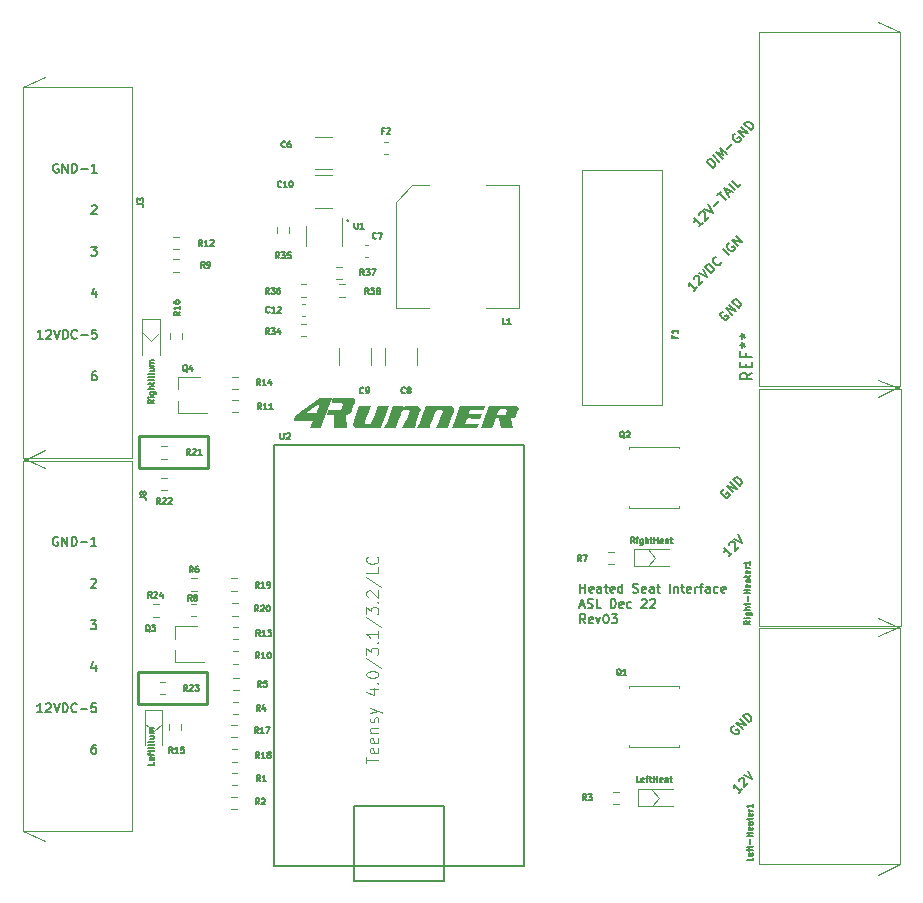
<source format=gbr>
%TF.GenerationSoftware,KiCad,Pcbnew,(5.1.9)-1*%
%TF.CreationDate,2022-12-24T12:33:20-05:00*%
%TF.ProjectId,4runner-seat-heat,3472756e-6e65-4722-9d73-6561742d6865,rev?*%
%TF.SameCoordinates,Original*%
%TF.FileFunction,Legend,Top*%
%TF.FilePolarity,Positive*%
%FSLAX46Y46*%
G04 Gerber Fmt 4.6, Leading zero omitted, Abs format (unit mm)*
G04 Created by KiCad (PCBNEW (5.1.9)-1) date 2022-12-24 12:33:20*
%MOMM*%
%LPD*%
G01*
G04 APERTURE LIST*
%ADD10C,0.254000*%
%ADD11C,0.127000*%
%ADD12C,0.100000*%
%ADD13C,0.190500*%
%ADD14C,0.152400*%
%ADD15C,0.120000*%
%ADD16C,0.150000*%
G04 APERTURE END LIST*
D10*
X15697200Y-31750000D02*
X9855200Y-31750000D01*
X9906000Y-29057600D02*
X15697200Y-29057600D01*
X9855200Y-31750000D02*
X9855200Y-29057600D01*
X15697200Y-29057600D02*
X15697200Y-31750000D01*
X15646400Y-49022000D02*
X15646400Y-51714400D01*
X9804400Y-51714400D02*
X9804400Y-49022000D01*
X15646400Y-51714400D02*
X9804400Y-51714400D01*
X9855200Y-49022000D02*
X15646400Y-49022000D01*
D11*
X52240476Y-58329809D02*
X51998571Y-58329809D01*
X51998571Y-57821809D01*
X52603333Y-58305619D02*
X52554952Y-58329809D01*
X52458190Y-58329809D01*
X52409809Y-58305619D01*
X52385619Y-58257238D01*
X52385619Y-58063714D01*
X52409809Y-58015333D01*
X52458190Y-57991142D01*
X52554952Y-57991142D01*
X52603333Y-58015333D01*
X52627523Y-58063714D01*
X52627523Y-58112095D01*
X52385619Y-58160476D01*
X52772666Y-57991142D02*
X52966190Y-57991142D01*
X52845238Y-58329809D02*
X52845238Y-57894380D01*
X52869428Y-57846000D01*
X52917809Y-57821809D01*
X52966190Y-57821809D01*
X53062952Y-57991142D02*
X53256476Y-57991142D01*
X53135523Y-57821809D02*
X53135523Y-58257238D01*
X53159714Y-58305619D01*
X53208095Y-58329809D01*
X53256476Y-58329809D01*
X53425809Y-58329809D02*
X53425809Y-57821809D01*
X53425809Y-58063714D02*
X53716095Y-58063714D01*
X53716095Y-58329809D02*
X53716095Y-57821809D01*
X54151523Y-58305619D02*
X54103142Y-58329809D01*
X54006380Y-58329809D01*
X53958000Y-58305619D01*
X53933809Y-58257238D01*
X53933809Y-58063714D01*
X53958000Y-58015333D01*
X54006380Y-57991142D01*
X54103142Y-57991142D01*
X54151523Y-58015333D01*
X54175714Y-58063714D01*
X54175714Y-58112095D01*
X53933809Y-58160476D01*
X54611142Y-58329809D02*
X54611142Y-58063714D01*
X54586952Y-58015333D01*
X54538571Y-57991142D01*
X54441809Y-57991142D01*
X54393428Y-58015333D01*
X54611142Y-58305619D02*
X54562761Y-58329809D01*
X54441809Y-58329809D01*
X54393428Y-58305619D01*
X54369238Y-58257238D01*
X54369238Y-58208857D01*
X54393428Y-58160476D01*
X54441809Y-58136285D01*
X54562761Y-58136285D01*
X54611142Y-58112095D01*
X54780476Y-57991142D02*
X54974000Y-57991142D01*
X54853047Y-57821809D02*
X54853047Y-58257238D01*
X54877238Y-58305619D01*
X54925619Y-58329809D01*
X54974000Y-58329809D01*
X51822761Y-38129809D02*
X51653428Y-37887904D01*
X51532476Y-38129809D02*
X51532476Y-37621809D01*
X51726000Y-37621809D01*
X51774380Y-37646000D01*
X51798571Y-37670190D01*
X51822761Y-37718571D01*
X51822761Y-37791142D01*
X51798571Y-37839523D01*
X51774380Y-37863714D01*
X51726000Y-37887904D01*
X51532476Y-37887904D01*
X52040476Y-38129809D02*
X52040476Y-37791142D01*
X52040476Y-37621809D02*
X52016285Y-37646000D01*
X52040476Y-37670190D01*
X52064666Y-37646000D01*
X52040476Y-37621809D01*
X52040476Y-37670190D01*
X52500095Y-37791142D02*
X52500095Y-38202380D01*
X52475904Y-38250761D01*
X52451714Y-38274952D01*
X52403333Y-38299142D01*
X52330761Y-38299142D01*
X52282380Y-38274952D01*
X52500095Y-38105619D02*
X52451714Y-38129809D01*
X52354952Y-38129809D01*
X52306571Y-38105619D01*
X52282380Y-38081428D01*
X52258190Y-38033047D01*
X52258190Y-37887904D01*
X52282380Y-37839523D01*
X52306571Y-37815333D01*
X52354952Y-37791142D01*
X52451714Y-37791142D01*
X52500095Y-37815333D01*
X52742000Y-38129809D02*
X52742000Y-37621809D01*
X52959714Y-38129809D02*
X52959714Y-37863714D01*
X52935523Y-37815333D01*
X52887142Y-37791142D01*
X52814571Y-37791142D01*
X52766190Y-37815333D01*
X52742000Y-37839523D01*
X53129047Y-37791142D02*
X53322571Y-37791142D01*
X53201619Y-37621809D02*
X53201619Y-38057238D01*
X53225809Y-38105619D01*
X53274190Y-38129809D01*
X53322571Y-38129809D01*
X53491904Y-38129809D02*
X53491904Y-37621809D01*
X53491904Y-37863714D02*
X53782190Y-37863714D01*
X53782190Y-38129809D02*
X53782190Y-37621809D01*
X54217619Y-38105619D02*
X54169238Y-38129809D01*
X54072476Y-38129809D01*
X54024095Y-38105619D01*
X53999904Y-38057238D01*
X53999904Y-37863714D01*
X54024095Y-37815333D01*
X54072476Y-37791142D01*
X54169238Y-37791142D01*
X54217619Y-37815333D01*
X54241809Y-37863714D01*
X54241809Y-37912095D01*
X53999904Y-37960476D01*
X54677238Y-38129809D02*
X54677238Y-37863714D01*
X54653047Y-37815333D01*
X54604666Y-37791142D01*
X54507904Y-37791142D01*
X54459523Y-37815333D01*
X54677238Y-38105619D02*
X54628857Y-38129809D01*
X54507904Y-38129809D01*
X54459523Y-38105619D01*
X54435333Y-38057238D01*
X54435333Y-38008857D01*
X54459523Y-37960476D01*
X54507904Y-37936285D01*
X54628857Y-37936285D01*
X54677238Y-37912095D01*
X54846571Y-37791142D02*
X55040095Y-37791142D01*
X54919142Y-37621809D02*
X54919142Y-38057238D01*
X54943333Y-38105619D01*
X54991714Y-38129809D01*
X55040095Y-38129809D01*
X11129809Y-56606285D02*
X11129809Y-56848190D01*
X10621809Y-56848190D01*
X11105619Y-56243428D02*
X11129809Y-56291809D01*
X11129809Y-56388571D01*
X11105619Y-56436952D01*
X11057238Y-56461142D01*
X10863714Y-56461142D01*
X10815333Y-56436952D01*
X10791142Y-56388571D01*
X10791142Y-56291809D01*
X10815333Y-56243428D01*
X10863714Y-56219238D01*
X10912095Y-56219238D01*
X10960476Y-56461142D01*
X10791142Y-56074095D02*
X10791142Y-55880571D01*
X11129809Y-56001523D02*
X10694380Y-56001523D01*
X10646000Y-55977333D01*
X10621809Y-55928952D01*
X10621809Y-55880571D01*
X10791142Y-55783809D02*
X10791142Y-55590285D01*
X10621809Y-55711238D02*
X11057238Y-55711238D01*
X11105619Y-55687047D01*
X11129809Y-55638666D01*
X11129809Y-55590285D01*
X11129809Y-55420952D02*
X10621809Y-55420952D01*
X11129809Y-55106476D02*
X11105619Y-55154857D01*
X11057238Y-55179047D01*
X10621809Y-55179047D01*
X11129809Y-54840380D02*
X11105619Y-54888761D01*
X11057238Y-54912952D01*
X10621809Y-54912952D01*
X10791142Y-54429142D02*
X11129809Y-54429142D01*
X10791142Y-54646857D02*
X11057238Y-54646857D01*
X11105619Y-54622666D01*
X11129809Y-54574285D01*
X11129809Y-54501714D01*
X11105619Y-54453333D01*
X11081428Y-54429142D01*
X11129809Y-54187238D02*
X10791142Y-54187238D01*
X10839523Y-54187238D02*
X10815333Y-54163047D01*
X10791142Y-54114666D01*
X10791142Y-54042095D01*
X10815333Y-53993714D01*
X10863714Y-53969523D01*
X11129809Y-53969523D01*
X10863714Y-53969523D02*
X10815333Y-53945333D01*
X10791142Y-53896952D01*
X10791142Y-53824380D01*
X10815333Y-53776000D01*
X10863714Y-53751809D01*
X11129809Y-53751809D01*
X11129809Y-25974000D02*
X10887904Y-26143333D01*
X11129809Y-26264285D02*
X10621809Y-26264285D01*
X10621809Y-26070761D01*
X10646000Y-26022380D01*
X10670190Y-25998190D01*
X10718571Y-25974000D01*
X10791142Y-25974000D01*
X10839523Y-25998190D01*
X10863714Y-26022380D01*
X10887904Y-26070761D01*
X10887904Y-26264285D01*
X11129809Y-25756285D02*
X10791142Y-25756285D01*
X10621809Y-25756285D02*
X10646000Y-25780476D01*
X10670190Y-25756285D01*
X10646000Y-25732095D01*
X10621809Y-25756285D01*
X10670190Y-25756285D01*
X10791142Y-25296666D02*
X11202380Y-25296666D01*
X11250761Y-25320857D01*
X11274952Y-25345047D01*
X11299142Y-25393428D01*
X11299142Y-25466000D01*
X11274952Y-25514380D01*
X11105619Y-25296666D02*
X11129809Y-25345047D01*
X11129809Y-25441809D01*
X11105619Y-25490190D01*
X11081428Y-25514380D01*
X11033047Y-25538571D01*
X10887904Y-25538571D01*
X10839523Y-25514380D01*
X10815333Y-25490190D01*
X10791142Y-25441809D01*
X10791142Y-25345047D01*
X10815333Y-25296666D01*
X11129809Y-25054761D02*
X10621809Y-25054761D01*
X11129809Y-24837047D02*
X10863714Y-24837047D01*
X10815333Y-24861238D01*
X10791142Y-24909619D01*
X10791142Y-24982190D01*
X10815333Y-25030571D01*
X10839523Y-25054761D01*
X10791142Y-24667714D02*
X10791142Y-24474190D01*
X10621809Y-24595142D02*
X11057238Y-24595142D01*
X11105619Y-24570952D01*
X11129809Y-24522571D01*
X11129809Y-24474190D01*
X11129809Y-24304857D02*
X10621809Y-24304857D01*
X11129809Y-23990380D02*
X11105619Y-24038761D01*
X11057238Y-24062952D01*
X10621809Y-24062952D01*
X11129809Y-23724285D02*
X11105619Y-23772666D01*
X11057238Y-23796857D01*
X10621809Y-23796857D01*
X10791142Y-23313047D02*
X11129809Y-23313047D01*
X10791142Y-23530761D02*
X11057238Y-23530761D01*
X11105619Y-23506571D01*
X11129809Y-23458190D01*
X11129809Y-23385619D01*
X11105619Y-23337238D01*
X11081428Y-23313047D01*
X11129809Y-23071142D02*
X10791142Y-23071142D01*
X10839523Y-23071142D02*
X10815333Y-23046952D01*
X10791142Y-22998571D01*
X10791142Y-22926000D01*
X10815333Y-22877619D01*
X10863714Y-22853428D01*
X11129809Y-22853428D01*
X10863714Y-22853428D02*
X10815333Y-22829238D01*
X10791142Y-22780857D01*
X10791142Y-22708285D01*
X10815333Y-22659904D01*
X10863714Y-22635714D01*
X11129809Y-22635714D01*
D12*
X29102380Y-56759523D02*
X29102380Y-56188095D01*
X30102380Y-56473809D02*
X29102380Y-56473809D01*
X30054761Y-55473809D02*
X30102380Y-55569047D01*
X30102380Y-55759523D01*
X30054761Y-55854761D01*
X29959523Y-55902380D01*
X29578571Y-55902380D01*
X29483333Y-55854761D01*
X29435714Y-55759523D01*
X29435714Y-55569047D01*
X29483333Y-55473809D01*
X29578571Y-55426190D01*
X29673809Y-55426190D01*
X29769047Y-55902380D01*
X30054761Y-54616666D02*
X30102380Y-54711904D01*
X30102380Y-54902380D01*
X30054761Y-54997619D01*
X29959523Y-55045238D01*
X29578571Y-55045238D01*
X29483333Y-54997619D01*
X29435714Y-54902380D01*
X29435714Y-54711904D01*
X29483333Y-54616666D01*
X29578571Y-54569047D01*
X29673809Y-54569047D01*
X29769047Y-55045238D01*
X29435714Y-54140476D02*
X30102380Y-54140476D01*
X29530952Y-54140476D02*
X29483333Y-54092857D01*
X29435714Y-53997619D01*
X29435714Y-53854761D01*
X29483333Y-53759523D01*
X29578571Y-53711904D01*
X30102380Y-53711904D01*
X30054761Y-53283333D02*
X30102380Y-53188095D01*
X30102380Y-52997619D01*
X30054761Y-52902380D01*
X29959523Y-52854761D01*
X29911904Y-52854761D01*
X29816666Y-52902380D01*
X29769047Y-52997619D01*
X29769047Y-53140476D01*
X29721428Y-53235714D01*
X29626190Y-53283333D01*
X29578571Y-53283333D01*
X29483333Y-53235714D01*
X29435714Y-53140476D01*
X29435714Y-52997619D01*
X29483333Y-52902380D01*
X29435714Y-52521428D02*
X30102380Y-52283333D01*
X29435714Y-52045238D02*
X30102380Y-52283333D01*
X30340476Y-52378571D01*
X30388095Y-52426190D01*
X30435714Y-52521428D01*
X29435714Y-50473809D02*
X30102380Y-50473809D01*
X29054761Y-50711904D02*
X29769047Y-50950000D01*
X29769047Y-50330952D01*
X30007142Y-49950000D02*
X30054761Y-49902380D01*
X30102380Y-49950000D01*
X30054761Y-49997619D01*
X30007142Y-49950000D01*
X30102380Y-49950000D01*
X29102380Y-49283333D02*
X29102380Y-49188095D01*
X29150000Y-49092857D01*
X29197619Y-49045238D01*
X29292857Y-48997619D01*
X29483333Y-48950000D01*
X29721428Y-48950000D01*
X29911904Y-48997619D01*
X30007142Y-49045238D01*
X30054761Y-49092857D01*
X30102380Y-49188095D01*
X30102380Y-49283333D01*
X30054761Y-49378571D01*
X30007142Y-49426190D01*
X29911904Y-49473809D01*
X29721428Y-49521428D01*
X29483333Y-49521428D01*
X29292857Y-49473809D01*
X29197619Y-49426190D01*
X29150000Y-49378571D01*
X29102380Y-49283333D01*
X29054761Y-47807142D02*
X30340476Y-48664285D01*
X29102380Y-47569047D02*
X29102380Y-46950000D01*
X29483333Y-47283333D01*
X29483333Y-47140476D01*
X29530952Y-47045238D01*
X29578571Y-46997619D01*
X29673809Y-46950000D01*
X29911904Y-46950000D01*
X30007142Y-46997619D01*
X30054761Y-47045238D01*
X30102380Y-47140476D01*
X30102380Y-47426190D01*
X30054761Y-47521428D01*
X30007142Y-47569047D01*
X30007142Y-46521428D02*
X30054761Y-46473809D01*
X30102380Y-46521428D01*
X30054761Y-46569047D01*
X30007142Y-46521428D01*
X30102380Y-46521428D01*
X30102380Y-45521428D02*
X30102380Y-46092857D01*
X30102380Y-45807142D02*
X29102380Y-45807142D01*
X29245238Y-45902380D01*
X29340476Y-45997619D01*
X29388095Y-46092857D01*
X29054761Y-44378571D02*
X30340476Y-45235714D01*
X29102380Y-44140476D02*
X29102380Y-43521428D01*
X29483333Y-43854761D01*
X29483333Y-43711904D01*
X29530952Y-43616666D01*
X29578571Y-43569047D01*
X29673809Y-43521428D01*
X29911904Y-43521428D01*
X30007142Y-43569047D01*
X30054761Y-43616666D01*
X30102380Y-43711904D01*
X30102380Y-43997619D01*
X30054761Y-44092857D01*
X30007142Y-44140476D01*
X30007142Y-43092857D02*
X30054761Y-43045238D01*
X30102380Y-43092857D01*
X30054761Y-43140476D01*
X30007142Y-43092857D01*
X30102380Y-43092857D01*
X29197619Y-42664285D02*
X29150000Y-42616666D01*
X29102380Y-42521428D01*
X29102380Y-42283333D01*
X29150000Y-42188095D01*
X29197619Y-42140476D01*
X29292857Y-42092857D01*
X29388095Y-42092857D01*
X29530952Y-42140476D01*
X30102380Y-42711904D01*
X30102380Y-42092857D01*
X29054761Y-40950000D02*
X30340476Y-41807142D01*
X30102380Y-40140476D02*
X30102380Y-40616666D01*
X29102380Y-40616666D01*
X30007142Y-39235714D02*
X30054761Y-39283333D01*
X30102380Y-39426190D01*
X30102380Y-39521428D01*
X30054761Y-39664285D01*
X29959523Y-39759523D01*
X29864285Y-39807142D01*
X29673809Y-39854761D01*
X29530952Y-39854761D01*
X29340476Y-39807142D01*
X29245238Y-39759523D01*
X29150000Y-39664285D01*
X29102380Y-39521428D01*
X29102380Y-39426190D01*
X29150000Y-39283333D01*
X29197619Y-39235714D01*
D13*
X58455843Y-6331756D02*
X57917027Y-5792940D01*
X58045317Y-5664651D01*
X58147948Y-5613335D01*
X58250580Y-5613335D01*
X58327553Y-5638993D01*
X58455843Y-5715967D01*
X58532816Y-5792940D01*
X58609790Y-5921230D01*
X58635448Y-5998203D01*
X58635448Y-6100835D01*
X58584132Y-6203466D01*
X58455843Y-6331756D01*
X58994658Y-5792940D02*
X58455843Y-5254125D01*
X59251237Y-5536362D02*
X58712422Y-4997546D01*
X59276895Y-5202809D01*
X59071632Y-4638336D01*
X59610447Y-5177151D01*
X59661763Y-4715310D02*
X60072289Y-4304784D01*
X60303210Y-3458074D02*
X60226236Y-3483732D01*
X60149262Y-3560705D01*
X60097947Y-3663337D01*
X60097947Y-3765968D01*
X60123605Y-3842942D01*
X60200578Y-3971231D01*
X60277552Y-4048205D01*
X60405841Y-4125179D01*
X60482815Y-4150837D01*
X60585446Y-4150837D01*
X60688078Y-4099521D01*
X60739394Y-4048205D01*
X60790709Y-3945574D01*
X60790709Y-3894258D01*
X60611104Y-3714653D01*
X60508473Y-3817284D01*
X61072946Y-3714653D02*
X60534131Y-3175837D01*
X61380840Y-3406758D01*
X60842025Y-2867943D01*
X61637419Y-3150179D02*
X61098604Y-2611364D01*
X61226893Y-2483075D01*
X61329525Y-2431759D01*
X61432156Y-2431759D01*
X61509130Y-2457417D01*
X61637419Y-2534390D01*
X61714393Y-2611364D01*
X61791366Y-2739653D01*
X61817024Y-2816627D01*
X61817024Y-2919259D01*
X61765709Y-3021890D01*
X61637419Y-3150179D01*
D14*
X47206988Y-42292814D02*
X47206988Y-41530814D01*
X47206988Y-41893671D02*
X47642417Y-41893671D01*
X47642417Y-42292814D02*
X47642417Y-41530814D01*
X48295560Y-42256528D02*
X48222988Y-42292814D01*
X48077845Y-42292814D01*
X48005274Y-42256528D01*
X47968988Y-42183957D01*
X47968988Y-41893671D01*
X48005274Y-41821100D01*
X48077845Y-41784814D01*
X48222988Y-41784814D01*
X48295560Y-41821100D01*
X48331845Y-41893671D01*
X48331845Y-41966242D01*
X47968988Y-42038814D01*
X48984988Y-42292814D02*
X48984988Y-41893671D01*
X48948702Y-41821100D01*
X48876131Y-41784814D01*
X48730988Y-41784814D01*
X48658417Y-41821100D01*
X48984988Y-42256528D02*
X48912417Y-42292814D01*
X48730988Y-42292814D01*
X48658417Y-42256528D01*
X48622131Y-42183957D01*
X48622131Y-42111385D01*
X48658417Y-42038814D01*
X48730988Y-42002528D01*
X48912417Y-42002528D01*
X48984988Y-41966242D01*
X49238988Y-41784814D02*
X49529274Y-41784814D01*
X49347845Y-41530814D02*
X49347845Y-42183957D01*
X49384131Y-42256528D01*
X49456702Y-42292814D01*
X49529274Y-42292814D01*
X50073560Y-42256528D02*
X50000988Y-42292814D01*
X49855845Y-42292814D01*
X49783274Y-42256528D01*
X49746988Y-42183957D01*
X49746988Y-41893671D01*
X49783274Y-41821100D01*
X49855845Y-41784814D01*
X50000988Y-41784814D01*
X50073560Y-41821100D01*
X50109845Y-41893671D01*
X50109845Y-41966242D01*
X49746988Y-42038814D01*
X50762988Y-42292814D02*
X50762988Y-41530814D01*
X50762988Y-42256528D02*
X50690417Y-42292814D01*
X50545274Y-42292814D01*
X50472702Y-42256528D01*
X50436417Y-42220242D01*
X50400131Y-42147671D01*
X50400131Y-41929957D01*
X50436417Y-41857385D01*
X50472702Y-41821100D01*
X50545274Y-41784814D01*
X50690417Y-41784814D01*
X50762988Y-41821100D01*
X51670131Y-42256528D02*
X51778988Y-42292814D01*
X51960417Y-42292814D01*
X52032988Y-42256528D01*
X52069274Y-42220242D01*
X52105560Y-42147671D01*
X52105560Y-42075100D01*
X52069274Y-42002528D01*
X52032988Y-41966242D01*
X51960417Y-41929957D01*
X51815274Y-41893671D01*
X51742702Y-41857385D01*
X51706417Y-41821100D01*
X51670131Y-41748528D01*
X51670131Y-41675957D01*
X51706417Y-41603385D01*
X51742702Y-41567100D01*
X51815274Y-41530814D01*
X51996702Y-41530814D01*
X52105560Y-41567100D01*
X52722417Y-42256528D02*
X52649845Y-42292814D01*
X52504702Y-42292814D01*
X52432131Y-42256528D01*
X52395845Y-42183957D01*
X52395845Y-41893671D01*
X52432131Y-41821100D01*
X52504702Y-41784814D01*
X52649845Y-41784814D01*
X52722417Y-41821100D01*
X52758702Y-41893671D01*
X52758702Y-41966242D01*
X52395845Y-42038814D01*
X53411845Y-42292814D02*
X53411845Y-41893671D01*
X53375560Y-41821100D01*
X53302988Y-41784814D01*
X53157845Y-41784814D01*
X53085274Y-41821100D01*
X53411845Y-42256528D02*
X53339274Y-42292814D01*
X53157845Y-42292814D01*
X53085274Y-42256528D01*
X53048988Y-42183957D01*
X53048988Y-42111385D01*
X53085274Y-42038814D01*
X53157845Y-42002528D01*
X53339274Y-42002528D01*
X53411845Y-41966242D01*
X53665845Y-41784814D02*
X53956131Y-41784814D01*
X53774702Y-41530814D02*
X53774702Y-42183957D01*
X53810988Y-42256528D01*
X53883560Y-42292814D01*
X53956131Y-42292814D01*
X54790702Y-42292814D02*
X54790702Y-41530814D01*
X55153560Y-41784814D02*
X55153560Y-42292814D01*
X55153560Y-41857385D02*
X55189845Y-41821100D01*
X55262417Y-41784814D01*
X55371274Y-41784814D01*
X55443845Y-41821100D01*
X55480131Y-41893671D01*
X55480131Y-42292814D01*
X55734131Y-41784814D02*
X56024417Y-41784814D01*
X55842988Y-41530814D02*
X55842988Y-42183957D01*
X55879274Y-42256528D01*
X55951845Y-42292814D01*
X56024417Y-42292814D01*
X56568702Y-42256528D02*
X56496131Y-42292814D01*
X56350988Y-42292814D01*
X56278417Y-42256528D01*
X56242131Y-42183957D01*
X56242131Y-41893671D01*
X56278417Y-41821100D01*
X56350988Y-41784814D01*
X56496131Y-41784814D01*
X56568702Y-41821100D01*
X56604988Y-41893671D01*
X56604988Y-41966242D01*
X56242131Y-42038814D01*
X56931560Y-42292814D02*
X56931560Y-41784814D01*
X56931560Y-41929957D02*
X56967845Y-41857385D01*
X57004131Y-41821100D01*
X57076702Y-41784814D01*
X57149274Y-41784814D01*
X57294417Y-41784814D02*
X57584702Y-41784814D01*
X57403274Y-42292814D02*
X57403274Y-41639671D01*
X57439560Y-41567100D01*
X57512131Y-41530814D01*
X57584702Y-41530814D01*
X58165274Y-42292814D02*
X58165274Y-41893671D01*
X58128988Y-41821100D01*
X58056417Y-41784814D01*
X57911274Y-41784814D01*
X57838702Y-41821100D01*
X58165274Y-42256528D02*
X58092702Y-42292814D01*
X57911274Y-42292814D01*
X57838702Y-42256528D01*
X57802417Y-42183957D01*
X57802417Y-42111385D01*
X57838702Y-42038814D01*
X57911274Y-42002528D01*
X58092702Y-42002528D01*
X58165274Y-41966242D01*
X58854702Y-42256528D02*
X58782131Y-42292814D01*
X58636988Y-42292814D01*
X58564417Y-42256528D01*
X58528131Y-42220242D01*
X58491845Y-42147671D01*
X58491845Y-41929957D01*
X58528131Y-41857385D01*
X58564417Y-41821100D01*
X58636988Y-41784814D01*
X58782131Y-41784814D01*
X58854702Y-41821100D01*
X59471560Y-42256528D02*
X59398988Y-42292814D01*
X59253845Y-42292814D01*
X59181274Y-42256528D01*
X59144988Y-42183957D01*
X59144988Y-41893671D01*
X59181274Y-41821100D01*
X59253845Y-41784814D01*
X59398988Y-41784814D01*
X59471560Y-41821100D01*
X59507845Y-41893671D01*
X59507845Y-41966242D01*
X59144988Y-42038814D01*
X47170702Y-43370500D02*
X47533560Y-43370500D01*
X47098131Y-43588214D02*
X47352131Y-42826214D01*
X47606131Y-43588214D01*
X47823845Y-43551928D02*
X47932702Y-43588214D01*
X48114131Y-43588214D01*
X48186702Y-43551928D01*
X48222988Y-43515642D01*
X48259274Y-43443071D01*
X48259274Y-43370500D01*
X48222988Y-43297928D01*
X48186702Y-43261642D01*
X48114131Y-43225357D01*
X47968988Y-43189071D01*
X47896417Y-43152785D01*
X47860131Y-43116500D01*
X47823845Y-43043928D01*
X47823845Y-42971357D01*
X47860131Y-42898785D01*
X47896417Y-42862500D01*
X47968988Y-42826214D01*
X48150417Y-42826214D01*
X48259274Y-42862500D01*
X48948702Y-43588214D02*
X48585845Y-43588214D01*
X48585845Y-42826214D01*
X49783274Y-43588214D02*
X49783274Y-42826214D01*
X49964702Y-42826214D01*
X50073560Y-42862500D01*
X50146131Y-42935071D01*
X50182417Y-43007642D01*
X50218702Y-43152785D01*
X50218702Y-43261642D01*
X50182417Y-43406785D01*
X50146131Y-43479357D01*
X50073560Y-43551928D01*
X49964702Y-43588214D01*
X49783274Y-43588214D01*
X50835560Y-43551928D02*
X50762988Y-43588214D01*
X50617845Y-43588214D01*
X50545274Y-43551928D01*
X50508988Y-43479357D01*
X50508988Y-43189071D01*
X50545274Y-43116500D01*
X50617845Y-43080214D01*
X50762988Y-43080214D01*
X50835560Y-43116500D01*
X50871845Y-43189071D01*
X50871845Y-43261642D01*
X50508988Y-43334214D01*
X51524988Y-43551928D02*
X51452417Y-43588214D01*
X51307274Y-43588214D01*
X51234702Y-43551928D01*
X51198417Y-43515642D01*
X51162131Y-43443071D01*
X51162131Y-43225357D01*
X51198417Y-43152785D01*
X51234702Y-43116500D01*
X51307274Y-43080214D01*
X51452417Y-43080214D01*
X51524988Y-43116500D01*
X52395845Y-42898785D02*
X52432131Y-42862500D01*
X52504702Y-42826214D01*
X52686131Y-42826214D01*
X52758702Y-42862500D01*
X52794988Y-42898785D01*
X52831274Y-42971357D01*
X52831274Y-43043928D01*
X52794988Y-43152785D01*
X52359560Y-43588214D01*
X52831274Y-43588214D01*
X53121560Y-42898785D02*
X53157845Y-42862500D01*
X53230417Y-42826214D01*
X53411845Y-42826214D01*
X53484417Y-42862500D01*
X53520702Y-42898785D01*
X53556988Y-42971357D01*
X53556988Y-43043928D01*
X53520702Y-43152785D01*
X53085274Y-43588214D01*
X53556988Y-43588214D01*
X47642417Y-44883614D02*
X47388417Y-44520757D01*
X47206988Y-44883614D02*
X47206988Y-44121614D01*
X47497274Y-44121614D01*
X47569845Y-44157900D01*
X47606131Y-44194185D01*
X47642417Y-44266757D01*
X47642417Y-44375614D01*
X47606131Y-44448185D01*
X47569845Y-44484471D01*
X47497274Y-44520757D01*
X47206988Y-44520757D01*
X48259274Y-44847328D02*
X48186702Y-44883614D01*
X48041560Y-44883614D01*
X47968988Y-44847328D01*
X47932702Y-44774757D01*
X47932702Y-44484471D01*
X47968988Y-44411900D01*
X48041560Y-44375614D01*
X48186702Y-44375614D01*
X48259274Y-44411900D01*
X48295560Y-44484471D01*
X48295560Y-44557042D01*
X47932702Y-44629614D01*
X48549560Y-44375614D02*
X48730988Y-44883614D01*
X48912417Y-44375614D01*
X49347845Y-44121614D02*
X49420417Y-44121614D01*
X49492988Y-44157900D01*
X49529274Y-44194185D01*
X49565560Y-44266757D01*
X49601845Y-44411900D01*
X49601845Y-44593328D01*
X49565560Y-44738471D01*
X49529274Y-44811042D01*
X49492988Y-44847328D01*
X49420417Y-44883614D01*
X49347845Y-44883614D01*
X49275274Y-44847328D01*
X49238988Y-44811042D01*
X49202702Y-44738471D01*
X49166417Y-44593328D01*
X49166417Y-44411900D01*
X49202702Y-44266757D01*
X49238988Y-44194185D01*
X49275274Y-44157900D01*
X49347845Y-44121614D01*
X49855845Y-44121614D02*
X50327560Y-44121614D01*
X50073560Y-44411900D01*
X50182417Y-44411900D01*
X50254988Y-44448185D01*
X50291274Y-44484471D01*
X50327560Y-44557042D01*
X50327560Y-44738471D01*
X50291274Y-44811042D01*
X50254988Y-44847328D01*
X50182417Y-44883614D01*
X49964702Y-44883614D01*
X49892131Y-44847328D01*
X49855845Y-44811042D01*
D13*
X5809343Y-41169425D02*
X5845629Y-41133140D01*
X5918200Y-41096854D01*
X6099629Y-41096854D01*
X6172200Y-41133140D01*
X6208486Y-41169425D01*
X6244772Y-41241997D01*
X6244772Y-41314568D01*
X6208486Y-41423425D01*
X5773058Y-41858854D01*
X6244772Y-41858854D01*
X6172200Y-48391734D02*
X6172200Y-48899734D01*
X5990772Y-48101448D02*
X5809343Y-48645734D01*
X6281058Y-48645734D01*
X5773058Y-44617294D02*
X6244772Y-44617294D01*
X5990772Y-44907580D01*
X6099629Y-44907580D01*
X6172200Y-44943865D01*
X6208486Y-44980151D01*
X6244772Y-45052722D01*
X6244772Y-45234151D01*
X6208486Y-45306722D01*
X6172200Y-45343008D01*
X6099629Y-45379294D01*
X5881915Y-45379294D01*
X5809343Y-45343008D01*
X5773058Y-45306722D01*
X1672772Y-52420174D02*
X1237343Y-52420174D01*
X1455058Y-52420174D02*
X1455058Y-51658174D01*
X1382486Y-51767031D01*
X1309915Y-51839602D01*
X1237343Y-51875888D01*
X1963058Y-51730745D02*
X1999343Y-51694460D01*
X2071915Y-51658174D01*
X2253343Y-51658174D01*
X2325915Y-51694460D01*
X2362200Y-51730745D01*
X2398486Y-51803317D01*
X2398486Y-51875888D01*
X2362200Y-51984745D01*
X1926772Y-52420174D01*
X2398486Y-52420174D01*
X2616200Y-51658174D02*
X2870200Y-52420174D01*
X3124200Y-51658174D01*
X3378200Y-52420174D02*
X3378200Y-51658174D01*
X3559629Y-51658174D01*
X3668486Y-51694460D01*
X3741058Y-51767031D01*
X3777343Y-51839602D01*
X3813629Y-51984745D01*
X3813629Y-52093602D01*
X3777343Y-52238745D01*
X3741058Y-52311317D01*
X3668486Y-52383888D01*
X3559629Y-52420174D01*
X3378200Y-52420174D01*
X4575629Y-52347602D02*
X4539343Y-52383888D01*
X4430486Y-52420174D01*
X4357915Y-52420174D01*
X4249058Y-52383888D01*
X4176486Y-52311317D01*
X4140200Y-52238745D01*
X4103915Y-52093602D01*
X4103915Y-51984745D01*
X4140200Y-51839602D01*
X4176486Y-51767031D01*
X4249058Y-51694460D01*
X4357915Y-51658174D01*
X4430486Y-51658174D01*
X4539343Y-51694460D01*
X4575629Y-51730745D01*
X4902200Y-52129888D02*
X5482772Y-52129888D01*
X6208486Y-51658174D02*
X5845629Y-51658174D01*
X5809343Y-52021031D01*
X5845629Y-51984745D01*
X5918200Y-51948460D01*
X6099629Y-51948460D01*
X6172200Y-51984745D01*
X6208486Y-52021031D01*
X6244772Y-52093602D01*
X6244772Y-52275031D01*
X6208486Y-52347602D01*
X6172200Y-52383888D01*
X6099629Y-52420174D01*
X5918200Y-52420174D01*
X5845629Y-52383888D01*
X5809343Y-52347602D01*
X6172200Y-55178614D02*
X6027058Y-55178614D01*
X5954486Y-55214900D01*
X5918200Y-55251185D01*
X5845629Y-55360042D01*
X5809343Y-55505185D01*
X5809343Y-55795471D01*
X5845629Y-55868042D01*
X5881915Y-55904328D01*
X5954486Y-55940614D01*
X6099629Y-55940614D01*
X6172200Y-55904328D01*
X6208486Y-55868042D01*
X6244772Y-55795471D01*
X6244772Y-55614042D01*
X6208486Y-55541471D01*
X6172200Y-55505185D01*
X6099629Y-55468900D01*
X5954486Y-55468900D01*
X5881915Y-55505185D01*
X5845629Y-55541471D01*
X5809343Y-55614042D01*
X2979057Y-37612700D02*
X2906485Y-37576414D01*
X2797628Y-37576414D01*
X2688771Y-37612700D01*
X2616200Y-37685271D01*
X2579914Y-37757842D01*
X2543628Y-37902985D01*
X2543628Y-38011842D01*
X2579914Y-38156985D01*
X2616200Y-38229557D01*
X2688771Y-38302128D01*
X2797628Y-38338414D01*
X2870200Y-38338414D01*
X2979057Y-38302128D01*
X3015342Y-38265842D01*
X3015342Y-38011842D01*
X2870200Y-38011842D01*
X3341914Y-38338414D02*
X3341914Y-37576414D01*
X3777342Y-38338414D01*
X3777342Y-37576414D01*
X4140200Y-38338414D02*
X4140200Y-37576414D01*
X4321628Y-37576414D01*
X4430485Y-37612700D01*
X4503057Y-37685271D01*
X4539342Y-37757842D01*
X4575628Y-37902985D01*
X4575628Y-38011842D01*
X4539342Y-38156985D01*
X4503057Y-38229557D01*
X4430485Y-38302128D01*
X4321628Y-38338414D01*
X4140200Y-38338414D01*
X4902200Y-38048128D02*
X5482771Y-38048128D01*
X6244771Y-38338414D02*
X5809342Y-38338414D01*
X6027057Y-38338414D02*
X6027057Y-37576414D01*
X5954485Y-37685271D01*
X5881914Y-37757842D01*
X5809342Y-37794128D01*
X6199200Y-23569914D02*
X6054058Y-23569914D01*
X5981486Y-23606200D01*
X5945200Y-23642485D01*
X5872629Y-23751342D01*
X5836343Y-23896485D01*
X5836343Y-24186771D01*
X5872629Y-24259342D01*
X5908915Y-24295628D01*
X5981486Y-24331914D01*
X6126629Y-24331914D01*
X6199200Y-24295628D01*
X6235486Y-24259342D01*
X6271772Y-24186771D01*
X6271772Y-24005342D01*
X6235486Y-23932771D01*
X6199200Y-23896485D01*
X6126629Y-23860200D01*
X5981486Y-23860200D01*
X5908915Y-23896485D01*
X5872629Y-23932771D01*
X5836343Y-24005342D01*
X1699772Y-20811474D02*
X1264343Y-20811474D01*
X1482058Y-20811474D02*
X1482058Y-20049474D01*
X1409486Y-20158331D01*
X1336915Y-20230902D01*
X1264343Y-20267188D01*
X1990058Y-20122045D02*
X2026343Y-20085760D01*
X2098915Y-20049474D01*
X2280343Y-20049474D01*
X2352915Y-20085760D01*
X2389200Y-20122045D01*
X2425486Y-20194617D01*
X2425486Y-20267188D01*
X2389200Y-20376045D01*
X1953772Y-20811474D01*
X2425486Y-20811474D01*
X2643200Y-20049474D02*
X2897200Y-20811474D01*
X3151200Y-20049474D01*
X3405200Y-20811474D02*
X3405200Y-20049474D01*
X3586629Y-20049474D01*
X3695486Y-20085760D01*
X3768058Y-20158331D01*
X3804343Y-20230902D01*
X3840629Y-20376045D01*
X3840629Y-20484902D01*
X3804343Y-20630045D01*
X3768058Y-20702617D01*
X3695486Y-20775188D01*
X3586629Y-20811474D01*
X3405200Y-20811474D01*
X4602629Y-20738902D02*
X4566343Y-20775188D01*
X4457486Y-20811474D01*
X4384915Y-20811474D01*
X4276058Y-20775188D01*
X4203486Y-20702617D01*
X4167200Y-20630045D01*
X4130915Y-20484902D01*
X4130915Y-20376045D01*
X4167200Y-20230902D01*
X4203486Y-20158331D01*
X4276058Y-20085760D01*
X4384915Y-20049474D01*
X4457486Y-20049474D01*
X4566343Y-20085760D01*
X4602629Y-20122045D01*
X4929200Y-20521188D02*
X5509772Y-20521188D01*
X6235486Y-20049474D02*
X5872629Y-20049474D01*
X5836343Y-20412331D01*
X5872629Y-20376045D01*
X5945200Y-20339760D01*
X6126629Y-20339760D01*
X6199200Y-20376045D01*
X6235486Y-20412331D01*
X6271772Y-20484902D01*
X6271772Y-20666331D01*
X6235486Y-20738902D01*
X6199200Y-20775188D01*
X6126629Y-20811474D01*
X5945200Y-20811474D01*
X5872629Y-20775188D01*
X5836343Y-20738902D01*
X6199200Y-16783034D02*
X6199200Y-17291034D01*
X6017772Y-16492748D02*
X5836343Y-17037034D01*
X6308058Y-17037034D01*
X5800058Y-13008594D02*
X6271772Y-13008594D01*
X6017772Y-13298880D01*
X6126629Y-13298880D01*
X6199200Y-13335165D01*
X6235486Y-13371451D01*
X6271772Y-13444022D01*
X6271772Y-13625451D01*
X6235486Y-13698022D01*
X6199200Y-13734308D01*
X6126629Y-13770594D01*
X5908915Y-13770594D01*
X5836343Y-13734308D01*
X5800058Y-13698022D01*
X5836343Y-9560725D02*
X5872629Y-9524440D01*
X5945200Y-9488154D01*
X6126629Y-9488154D01*
X6199200Y-9524440D01*
X6235486Y-9560725D01*
X6271772Y-9633297D01*
X6271772Y-9705868D01*
X6235486Y-9814725D01*
X5800058Y-10250154D01*
X6271772Y-10250154D01*
X3006057Y-6004000D02*
X2933485Y-5967714D01*
X2824628Y-5967714D01*
X2715771Y-6004000D01*
X2643200Y-6076571D01*
X2606914Y-6149142D01*
X2570628Y-6294285D01*
X2570628Y-6403142D01*
X2606914Y-6548285D01*
X2643200Y-6620857D01*
X2715771Y-6693428D01*
X2824628Y-6729714D01*
X2897200Y-6729714D01*
X3006057Y-6693428D01*
X3042342Y-6657142D01*
X3042342Y-6403142D01*
X2897200Y-6403142D01*
X3368914Y-6729714D02*
X3368914Y-5967714D01*
X3804342Y-6729714D01*
X3804342Y-5967714D01*
X4167200Y-6729714D02*
X4167200Y-5967714D01*
X4348628Y-5967714D01*
X4457485Y-6004000D01*
X4530057Y-6076571D01*
X4566342Y-6149142D01*
X4602628Y-6294285D01*
X4602628Y-6403142D01*
X4566342Y-6548285D01*
X4530057Y-6620857D01*
X4457485Y-6693428D01*
X4348628Y-6729714D01*
X4167200Y-6729714D01*
X4929200Y-6439428D02*
X5509771Y-6439428D01*
X6271771Y-6729714D02*
X5836342Y-6729714D01*
X6054057Y-6729714D02*
X6054057Y-5967714D01*
X5981485Y-6076571D01*
X5908914Y-6149142D01*
X5836342Y-6185428D01*
X60920997Y-58946502D02*
X60613102Y-59254396D01*
X60767050Y-59100449D02*
X60228234Y-58561634D01*
X60253892Y-58689923D01*
X60253892Y-58792554D01*
X60228234Y-58869528D01*
X60638760Y-58253739D02*
X60638760Y-58202423D01*
X60664418Y-58125450D01*
X60792708Y-57997160D01*
X60869681Y-57971502D01*
X60920997Y-57971502D01*
X60997971Y-57997160D01*
X61049286Y-58048476D01*
X61100602Y-58151108D01*
X61100602Y-58766897D01*
X61434154Y-58433344D01*
X61049286Y-57740582D02*
X61767707Y-58099792D01*
X61408497Y-57381371D01*
X60191166Y-53582718D02*
X60114192Y-53608376D01*
X60037219Y-53685349D01*
X59985903Y-53787981D01*
X59985903Y-53890612D01*
X60011561Y-53967586D01*
X60088534Y-54095875D01*
X60165508Y-54172849D01*
X60293797Y-54249823D01*
X60370771Y-54275480D01*
X60473402Y-54275480D01*
X60576034Y-54224165D01*
X60627350Y-54172849D01*
X60678665Y-54070217D01*
X60678665Y-54018902D01*
X60499060Y-53839297D01*
X60396429Y-53941928D01*
X60960902Y-53839297D02*
X60422087Y-53300481D01*
X61268797Y-53531402D01*
X60729981Y-52992587D01*
X61525375Y-53274823D02*
X60986560Y-52736008D01*
X61114849Y-52607719D01*
X61217481Y-52556403D01*
X61320112Y-52556403D01*
X61397086Y-52582061D01*
X61525375Y-52659034D01*
X61602349Y-52736008D01*
X61679323Y-52864297D01*
X61704980Y-52941271D01*
X61704980Y-53043902D01*
X61653665Y-53146534D01*
X61525375Y-53274823D01*
X59365666Y-33554818D02*
X59288692Y-33580476D01*
X59211719Y-33657449D01*
X59160403Y-33760081D01*
X59160403Y-33862712D01*
X59186061Y-33939686D01*
X59263034Y-34067975D01*
X59340008Y-34144949D01*
X59468297Y-34221923D01*
X59545271Y-34247580D01*
X59647902Y-34247580D01*
X59750534Y-34196265D01*
X59801850Y-34144949D01*
X59853165Y-34042317D01*
X59853165Y-33991002D01*
X59673560Y-33811397D01*
X59570929Y-33914028D01*
X60135402Y-33811397D02*
X59596587Y-33272581D01*
X60443297Y-33503502D01*
X59904481Y-32964687D01*
X60699875Y-33246923D02*
X60161060Y-32708108D01*
X60289349Y-32579819D01*
X60391981Y-32528503D01*
X60494612Y-32528503D01*
X60571586Y-32554161D01*
X60699875Y-32631134D01*
X60776849Y-32708108D01*
X60853823Y-32836397D01*
X60879480Y-32913371D01*
X60879480Y-33016002D01*
X60828165Y-33118634D01*
X60699875Y-33246923D01*
X60095497Y-38918602D02*
X59787602Y-39226496D01*
X59941550Y-39072549D02*
X59402734Y-38533734D01*
X59428392Y-38662023D01*
X59428392Y-38764654D01*
X59402734Y-38841628D01*
X59813260Y-38225839D02*
X59813260Y-38174523D01*
X59838918Y-38097550D01*
X59967208Y-37969260D01*
X60044181Y-37943602D01*
X60095497Y-37943602D01*
X60172471Y-37969260D01*
X60223786Y-38020576D01*
X60275102Y-38123208D01*
X60275102Y-38738997D01*
X60608654Y-38405444D01*
X60223786Y-37712682D02*
X60942207Y-38071892D01*
X60582997Y-37353471D01*
X57569679Y-10977119D02*
X57261785Y-11285014D01*
X57415732Y-11131066D02*
X56876917Y-10592251D01*
X56902575Y-10720540D01*
X56902575Y-10823172D01*
X56876917Y-10900146D01*
X57287443Y-10284357D02*
X57287443Y-10233041D01*
X57313101Y-10156067D01*
X57441390Y-10027778D01*
X57518364Y-10002120D01*
X57569679Y-10002120D01*
X57646653Y-10027778D01*
X57697969Y-10079094D01*
X57749285Y-10181725D01*
X57749285Y-10797514D01*
X58082837Y-10463962D01*
X57697969Y-9771199D02*
X58416389Y-10130409D01*
X58057179Y-9411989D01*
X58570337Y-9565936D02*
X58980862Y-9155410D01*
X58826915Y-8642253D02*
X59134810Y-8334358D01*
X59519678Y-9027121D02*
X58980862Y-8488305D01*
X59673625Y-8565279D02*
X59930204Y-8308700D01*
X59776257Y-8770542D02*
X59417046Y-8052122D01*
X60135467Y-8411332D01*
X60315072Y-8231727D02*
X59776257Y-7692911D01*
X60828229Y-7718569D02*
X60571651Y-7975148D01*
X60032835Y-7436333D01*
X59276766Y-18492618D02*
X59199792Y-18518276D01*
X59122819Y-18595249D01*
X59071503Y-18697881D01*
X59071503Y-18800512D01*
X59097161Y-18877486D01*
X59174134Y-19005775D01*
X59251108Y-19082749D01*
X59379397Y-19159723D01*
X59456371Y-19185380D01*
X59559002Y-19185380D01*
X59661634Y-19134065D01*
X59712950Y-19082749D01*
X59764265Y-18980117D01*
X59764265Y-18928802D01*
X59584660Y-18749197D01*
X59482029Y-18851828D01*
X60046502Y-18749197D02*
X59507687Y-18210381D01*
X60354397Y-18441302D01*
X59815581Y-17902487D01*
X60610975Y-18184723D02*
X60072160Y-17645908D01*
X60200449Y-17517619D01*
X60303081Y-17466303D01*
X60405712Y-17466303D01*
X60482686Y-17491961D01*
X60610975Y-17568934D01*
X60687949Y-17645908D01*
X60764923Y-17774197D01*
X60790580Y-17851171D01*
X60790580Y-17953802D01*
X60739265Y-18056434D01*
X60610975Y-18184723D01*
X57109385Y-16428514D02*
X56801490Y-16736408D01*
X56955438Y-16582461D02*
X56416622Y-16043646D01*
X56442280Y-16171935D01*
X56442280Y-16274566D01*
X56416622Y-16351540D01*
X56827148Y-15735751D02*
X56827148Y-15684435D01*
X56852806Y-15607462D01*
X56981096Y-15479172D01*
X57058069Y-15453514D01*
X57109385Y-15453514D01*
X57186359Y-15479172D01*
X57237674Y-15530488D01*
X57288990Y-15633120D01*
X57288990Y-16248909D01*
X57622542Y-15915356D01*
X57237674Y-15222594D02*
X57956095Y-15581804D01*
X57596885Y-14863383D01*
X58315305Y-15222594D02*
X57776490Y-14683778D01*
X57904779Y-14555489D01*
X58007411Y-14504173D01*
X58110042Y-14504173D01*
X58187016Y-14529831D01*
X58315305Y-14606805D01*
X58392279Y-14683778D01*
X58469252Y-14812068D01*
X58494910Y-14889041D01*
X58494910Y-14991673D01*
X58443594Y-15094304D01*
X58315305Y-15222594D01*
X59110699Y-14324568D02*
X59110699Y-14375884D01*
X59059383Y-14478515D01*
X59008068Y-14529831D01*
X58905436Y-14581147D01*
X58802805Y-14581147D01*
X58725831Y-14555489D01*
X58597542Y-14478515D01*
X58520568Y-14401542D01*
X58443594Y-14273252D01*
X58417937Y-14196279D01*
X58417937Y-14093647D01*
X58469252Y-13991016D01*
X58520568Y-13939700D01*
X58623200Y-13888384D01*
X58674515Y-13888384D01*
X59803462Y-13734437D02*
X59264646Y-13195622D01*
X59829120Y-12682464D02*
X59752146Y-12708122D01*
X59675172Y-12785096D01*
X59623857Y-12887727D01*
X59623857Y-12990359D01*
X59649514Y-13067332D01*
X59726488Y-13195622D01*
X59803462Y-13272595D01*
X59931751Y-13349569D01*
X60008725Y-13375227D01*
X60111356Y-13375227D01*
X60213988Y-13323911D01*
X60265303Y-13272595D01*
X60316619Y-13169964D01*
X60316619Y-13118648D01*
X60137014Y-12939043D01*
X60034383Y-13041674D01*
X60598856Y-12939043D02*
X60060040Y-12400227D01*
X60906750Y-12631148D01*
X60367935Y-12092333D01*
D15*
%TO.C,REF\u002A\u002A*%
X64312800Y-24822800D02*
X74312800Y-24822800D01*
X62312800Y5177200D02*
X63612800Y5177200D01*
X62312800Y-24822800D02*
X64312800Y-24822800D01*
X62311800Y-17312800D02*
X62311800Y-24822800D01*
X74312800Y-24822800D02*
X74312800Y5187200D01*
X62311800Y-17312800D02*
X62312800Y5177200D01*
X74312800Y5187200D02*
X72412800Y5987200D01*
X74312800Y-24812800D02*
X72412800Y-25712800D01*
X74312800Y5177200D02*
X63612800Y5177200D01*
D12*
%TO.C,4runnerGraphic*%
G36*
X39098600Y-26801400D02*
G01*
X38539600Y-26792400D01*
X37998600Y-26789400D01*
X37929600Y-26811500D01*
X37884600Y-26868400D01*
X37812600Y-27034400D01*
X37747600Y-27208400D01*
X38847600Y-27208400D01*
X38711600Y-27558400D01*
X38219600Y-27550900D01*
X37744600Y-27536400D01*
X37682600Y-27533100D01*
X37627600Y-27561300D01*
X37582600Y-27603300D01*
X37564600Y-27662400D01*
X37502600Y-27838400D01*
X37429600Y-28016400D01*
X38668600Y-28016400D01*
X38579600Y-28160400D01*
X38483600Y-28306400D01*
X38448600Y-28338200D01*
X38402600Y-28347400D01*
X37353600Y-28349400D01*
X36313600Y-28349400D01*
X36525600Y-27894200D01*
X36895600Y-26961700D01*
X37054600Y-26485400D01*
X39154600Y-26485400D01*
X39098600Y-26801400D01*
G37*
G36*
X27696600Y-25777400D02*
G01*
X27848600Y-25784900D01*
X28050600Y-25852100D01*
X28139600Y-25988200D01*
X28126600Y-26200200D01*
X28080600Y-26340400D01*
X27988600Y-26580900D01*
X27898600Y-26822400D01*
X27869600Y-26913400D01*
X27766600Y-27066300D01*
X27620600Y-27175900D01*
X27444600Y-27232700D01*
X27349600Y-27235400D01*
X27445600Y-28342400D01*
X26376600Y-28342400D01*
X26376600Y-27242400D01*
X25737600Y-27242400D01*
X25814600Y-27038900D01*
X25890600Y-26855400D01*
X25928600Y-26820900D01*
X25990600Y-26810400D01*
X26366600Y-26806900D01*
X26746600Y-26810400D01*
X26830600Y-26812500D01*
X26963600Y-26725000D01*
X26994600Y-26647400D01*
X27044600Y-26511900D01*
X27094600Y-26377400D01*
X27126600Y-26282500D01*
X27076600Y-26209400D01*
X26978600Y-26206400D01*
X26149600Y-26206400D01*
X26226600Y-26002400D01*
X26302600Y-25814400D01*
X26338600Y-25784900D01*
X26396600Y-25777400D01*
X27046600Y-25773900D01*
X27696600Y-25777400D01*
G37*
G36*
X29202600Y-27150400D02*
G01*
X29069600Y-27488900D01*
X28940600Y-27829400D01*
X28914600Y-27907500D01*
X28958600Y-27970900D01*
X29040600Y-27973400D01*
X29222600Y-27975800D01*
X29431600Y-27974500D01*
X29532600Y-27910800D01*
X29613600Y-27723500D01*
X29676600Y-27555400D01*
X29793600Y-27261400D01*
X29902600Y-26970400D01*
X29976600Y-26727900D01*
X30044600Y-26470400D01*
X31038600Y-26470400D01*
X30669600Y-27426400D01*
X30579600Y-27647400D01*
X30498600Y-27871400D01*
X30431600Y-28096900D01*
X30368600Y-28342400D01*
X29453600Y-28342400D01*
X29470600Y-28216400D01*
X29415600Y-28272200D01*
X29293600Y-28333600D01*
X29094600Y-28355700D01*
X28956600Y-28351400D01*
X28685600Y-28350900D01*
X28414600Y-28351400D01*
X28269600Y-28343000D01*
X28082600Y-28266700D01*
X28001600Y-28130600D01*
X28000600Y-27947100D01*
X28025600Y-27840400D01*
X28168600Y-27412900D01*
X28333600Y-26992400D01*
X28409600Y-26736900D01*
X28481600Y-26466400D01*
X29468600Y-26466400D01*
X29202600Y-27150400D01*
G37*
G36*
X35656600Y-26463400D02*
G01*
X35946600Y-26463400D01*
X36234600Y-26485400D01*
X36294600Y-26488700D01*
X36401600Y-26536100D01*
X36443600Y-26577900D01*
X36479600Y-26625500D01*
X36512600Y-26738000D01*
X36507600Y-26797400D01*
X36489600Y-26971700D01*
X36439600Y-27139400D01*
X36299600Y-27508400D01*
X36159600Y-27878400D01*
X36091600Y-28102400D01*
X36034600Y-28344400D01*
X34954600Y-28344400D01*
X35139600Y-28019800D01*
X35443600Y-27338600D01*
X35562600Y-26984400D01*
X35583600Y-26920500D01*
X35532600Y-26845200D01*
X35462600Y-26839400D01*
X35437600Y-26839400D01*
X35270600Y-26837700D01*
X35071600Y-26844100D01*
X34969600Y-26909100D01*
X34890600Y-27085300D01*
X34832600Y-27239400D01*
X34697600Y-27577400D01*
X34569600Y-27917400D01*
X34510600Y-28120400D01*
X34462600Y-28341400D01*
X33412600Y-28341400D01*
X33641600Y-27892400D01*
X34009600Y-26955300D01*
X34147600Y-26470400D01*
X35047600Y-26470400D01*
X35029600Y-26638400D01*
X35096600Y-26564100D01*
X35246600Y-26483500D01*
X35490600Y-26456800D01*
X35656600Y-26463400D01*
G37*
G36*
X32810600Y-26467400D02*
G01*
X33074600Y-26464900D01*
X33338600Y-26480400D01*
X33441600Y-26495100D01*
X33591600Y-26565300D01*
X33673600Y-26683600D01*
X33684600Y-26848800D01*
X33659600Y-26950400D01*
X33507600Y-27394900D01*
X33340600Y-27836400D01*
X33267600Y-28079400D01*
X33196600Y-28344400D01*
X32120600Y-28344400D01*
X32301600Y-28035500D01*
X32596600Y-27384200D01*
X32709600Y-27044400D01*
X32754600Y-26931900D01*
X32694600Y-26847500D01*
X32572600Y-26844400D01*
X32417600Y-26843100D01*
X32233600Y-26851200D01*
X32138600Y-26915400D01*
X32063600Y-27083300D01*
X32009600Y-27228400D01*
X31879600Y-27555400D01*
X31755600Y-27884400D01*
X31689600Y-28103400D01*
X31628600Y-28344400D01*
X30585600Y-28344400D01*
X30813600Y-27895900D01*
X31178600Y-26959700D01*
X31314600Y-26475400D01*
X32214600Y-26475400D01*
X32191600Y-26652400D01*
X32258600Y-26574700D01*
X32405600Y-26490400D01*
X32645600Y-26461800D01*
X32810600Y-26467400D01*
G37*
G36*
X25117600Y-26421200D02*
G01*
X25174600Y-26270400D01*
X23954600Y-27062400D01*
X23766600Y-26827500D01*
X25136600Y-25836400D01*
X25182600Y-25805300D01*
X25236600Y-25793400D01*
X26200600Y-25793400D01*
X25117600Y-26421200D01*
G37*
G36*
X26154600Y-25923400D02*
G01*
X26111600Y-26037400D01*
X25669600Y-27153100D01*
X25226600Y-28267400D01*
X25190600Y-28324400D01*
X25139600Y-28347400D01*
X24731600Y-28350900D01*
X24335600Y-28349400D01*
X24612600Y-27775400D01*
X22940600Y-27775400D01*
X22989600Y-27594300D01*
X23182600Y-27277300D01*
X23320600Y-27150400D01*
X23766600Y-26827500D01*
X23954600Y-27062400D01*
X23961600Y-27091400D01*
X24799600Y-27091400D01*
X24844600Y-27067400D01*
X24876600Y-27011400D01*
X24974600Y-26779900D01*
X25068600Y-26546400D01*
X25116600Y-26423900D01*
X25117600Y-26421200D01*
X26200600Y-25793400D01*
X26154600Y-25923400D01*
G37*
G36*
X41654600Y-26484900D02*
G01*
X41772600Y-26506400D01*
X41806600Y-26515500D01*
X40458600Y-26786400D01*
X40425600Y-26786400D01*
X39434600Y-26603400D01*
X39457600Y-26480400D01*
X41535600Y-26480400D01*
X41654600Y-26484900D01*
G37*
G36*
X41838600Y-26524000D02*
G01*
X41931600Y-26578500D01*
X41979600Y-26657800D01*
X41981600Y-26763700D01*
X41963600Y-26828400D01*
X41877600Y-27064400D01*
X41779600Y-27296400D01*
X41734600Y-27385400D01*
X41577600Y-27500500D01*
X41479600Y-27517400D01*
X41399600Y-27530900D01*
X41310600Y-27549400D01*
X41514600Y-28346400D01*
X40469600Y-28346400D01*
X40339600Y-27556400D01*
X40316600Y-27543400D01*
X40156600Y-27530600D01*
X40024600Y-27611300D01*
X39968600Y-27760400D01*
X39868600Y-28040900D01*
X39768600Y-28341400D01*
X38768600Y-28341400D01*
X38963600Y-27891400D01*
X39146600Y-27428400D01*
X39255600Y-27202400D01*
X39411600Y-26726900D01*
X39434600Y-26603400D01*
X40425600Y-26786400D01*
X40365600Y-26805100D01*
X40325600Y-26854400D01*
X40255600Y-27028400D01*
X40180600Y-27228400D01*
X40662600Y-27228400D01*
X40805600Y-27213900D01*
X40886600Y-27156000D01*
X40946600Y-27025600D01*
X40982600Y-26919400D01*
X40999600Y-26852800D01*
X40952600Y-26790500D01*
X40890600Y-26786400D01*
X40458600Y-26786400D01*
X41806600Y-26515500D01*
X41838600Y-26524000D01*
G37*
D15*
%TO.C,R24*%
X11537258Y-43277500D02*
X11062742Y-43277500D01*
X11537258Y-44322500D02*
X11062742Y-44322500D01*
%TO.C,R23*%
X11599142Y-50865300D02*
X12073658Y-50865300D01*
X11599142Y-49820300D02*
X12073658Y-49820300D01*
%TO.C,R22*%
X12226058Y-32599100D02*
X11751542Y-32599100D01*
X12226058Y-33644100D02*
X11751542Y-33644100D01*
%TO.C,R21*%
X11751542Y-30951700D02*
X12226058Y-30951700D01*
X11751542Y-29906700D02*
X12226058Y-29906700D01*
D16*
%TO.C,U2*%
X35648900Y-65405000D02*
X35648900Y-66675000D01*
X35648900Y-66675000D02*
X28028900Y-66675000D01*
X28028900Y-66675000D02*
X28028900Y-65405000D01*
X35648900Y-60325000D02*
X28028900Y-60325000D01*
X28028900Y-60325000D02*
X28028900Y-65405000D01*
X35648900Y-60325000D02*
X35648900Y-65405000D01*
X21238900Y-65425000D02*
X21238900Y-29865000D01*
X21238900Y-29825000D02*
X42438900Y-29825000D01*
X42438900Y-29845000D02*
X42438900Y-65405000D01*
X42438900Y-65405000D02*
X21238900Y-65405000D01*
D15*
%TO.C,Left-Heater1*%
X62311800Y-57795000D02*
X62311800Y-65285000D01*
X74312800Y-45285000D02*
X63612800Y-45285000D01*
X74312800Y-65285000D02*
X74312800Y-45285000D01*
X74312800Y-45275000D02*
X72412800Y-44475000D01*
X64312800Y-65285000D02*
X74312800Y-65285000D01*
X74312800Y-65275000D02*
X72412800Y-66175000D01*
X62312800Y-65285000D02*
X64312800Y-65285000D01*
X62312800Y-45285000D02*
X63612800Y-45285000D01*
X62311800Y-57795000D02*
X62311800Y-45285000D01*
%TO.C,Right-Heater1*%
X62337200Y-37602000D02*
X62337200Y-45092000D01*
X74338200Y-25092000D02*
X63638200Y-25092000D01*
X74338200Y-45092000D02*
X74338200Y-25092000D01*
X74338200Y-25082000D02*
X72438200Y-24282000D01*
X64338200Y-45092000D02*
X74338200Y-45092000D01*
X74338200Y-45082000D02*
X72438200Y-45982000D01*
X62338200Y-45092000D02*
X64338200Y-45092000D01*
X62338200Y-25092000D02*
X63638200Y-25092000D01*
X62337200Y-37602000D02*
X62337200Y-25092000D01*
%TO.C,C7*%
X29223580Y-13908500D02*
X28942420Y-13908500D01*
X29223580Y-12888500D02*
X28942420Y-12888500D01*
%TO.C,C8*%
X33414800Y-23025152D02*
X33414800Y-21602648D01*
X30694800Y-23025152D02*
X30694800Y-21602648D01*
%TO.C,C9*%
X26783200Y-22999752D02*
X26783200Y-21577248D01*
X29503200Y-22999752D02*
X29503200Y-21577248D01*
%TO.C,C10*%
X24739548Y-9691200D02*
X26162052Y-9691200D01*
X24739548Y-6971200D02*
X26162052Y-6971200D01*
%TO.C,C6*%
X24726848Y-3745400D02*
X26149352Y-3745400D01*
X24726848Y-6465400D02*
X26149352Y-6465400D01*
%TO.C,C12*%
X23914980Y-17828800D02*
X23633820Y-17828800D01*
X23914980Y-18848800D02*
X23633820Y-18848800D01*
%TO.C,F1*%
X54165500Y-26390100D02*
X53189100Y-26390100D01*
X54165500Y-9690100D02*
X54165500Y-26390100D01*
X47389100Y-26390100D02*
X53189100Y-26390100D01*
X47389100Y-9690100D02*
X47389100Y-26390100D01*
X47389100Y-6490100D02*
X47389100Y-9690100D01*
X52489100Y-6490100D02*
X47389100Y-6490100D01*
X54165500Y-6490100D02*
X52489100Y-6490100D01*
X54165500Y-9690100D02*
X54165500Y-6490100D01*
%TO.C,F2*%
X30596621Y-5158200D02*
X30922179Y-5158200D01*
X30596621Y-4138200D02*
X30922179Y-4138200D01*
%TO.C,J3*%
X9282000Y-6410000D02*
X9282000Y490000D01*
X9282000Y490000D02*
X8001000Y490000D01*
X8001000Y490000D02*
X1000Y490000D01*
X1000Y490000D02*
X1000Y-24910000D01*
X1000Y-24910000D02*
X1000Y-30910000D01*
X1000Y-30910000D02*
X8701000Y-30910000D01*
X9282000Y-6410000D02*
X9282000Y-30910000D01*
X9282000Y-30910000D02*
X8701000Y-30910000D01*
X1000Y-30910000D02*
X1901000Y-31710000D01*
X1000Y490000D02*
X1901000Y1390000D01*
%TO.C,J8*%
X1000Y-31107600D02*
X1901000Y-30207600D01*
X1000Y-62507600D02*
X1901000Y-63307600D01*
X9282000Y-62507600D02*
X8701000Y-62507600D01*
X9282000Y-38007600D02*
X9282000Y-62507600D01*
X1000Y-62507600D02*
X8701000Y-62507600D01*
X1000Y-56507600D02*
X1000Y-62507600D01*
X1000Y-31107600D02*
X1000Y-56507600D01*
X8001000Y-31107600D02*
X1000Y-31107600D01*
X9282000Y-31107600D02*
X8001000Y-31107600D01*
X9282000Y-38007600D02*
X9282000Y-31107600D01*
%TO.C,R1*%
X18169658Y-58599600D02*
X17695142Y-58599600D01*
X18169658Y-57554600D02*
X17695142Y-57554600D01*
%TO.C,R3*%
X50491158Y-59142100D02*
X50016642Y-59142100D01*
X50491158Y-60187100D02*
X50016642Y-60187100D01*
%TO.C,R2*%
X17669742Y-59586600D02*
X18144258Y-59586600D01*
X17669742Y-60631600D02*
X18144258Y-60631600D01*
%TO.C,R9*%
X13242058Y-14069800D02*
X12767542Y-14069800D01*
X13242058Y-15114800D02*
X12767542Y-15114800D01*
%TO.C,R12*%
X13229358Y-13209800D02*
X12754842Y-13209800D01*
X13229358Y-12164800D02*
X12754842Y-12164800D01*
%TO.C,R4*%
X17784042Y-52592500D02*
X18258558Y-52592500D01*
X17784042Y-51547500D02*
X18258558Y-51547500D01*
%TO.C,R7*%
X50033958Y-39905200D02*
X49559442Y-39905200D01*
X50033958Y-38860200D02*
X49559442Y-38860200D01*
%TO.C,R5*%
X17809442Y-50573200D02*
X18283958Y-50573200D01*
X17809442Y-49528200D02*
X18283958Y-49528200D01*
%TO.C,R6*%
X14740658Y-42140400D02*
X14266142Y-42140400D01*
X14740658Y-41095400D02*
X14266142Y-41095400D01*
%TO.C,R8*%
X14715258Y-43267100D02*
X14240742Y-43267100D01*
X14715258Y-44312100D02*
X14240742Y-44312100D01*
%TO.C,R11*%
X17733242Y-27027400D02*
X18207758Y-27027400D01*
X17733242Y-25982400D02*
X18207758Y-25982400D01*
%TO.C,R10*%
X17784042Y-47267600D02*
X18258558Y-47267600D01*
X17784042Y-48312600D02*
X18258558Y-48312600D01*
%TO.C,R16*%
X12469600Y-20336742D02*
X12469600Y-20811258D01*
X13514600Y-20336742D02*
X13514600Y-20811258D01*
%TO.C,R15*%
X13425700Y-53420242D02*
X13425700Y-53894758D01*
X12380700Y-53420242D02*
X12380700Y-53894758D01*
%TO.C,R14*%
X18207758Y-25084300D02*
X17733242Y-25084300D01*
X18207758Y-24039300D02*
X17733242Y-24039300D01*
%TO.C,R13*%
X18271258Y-46242500D02*
X17796742Y-46242500D01*
X18271258Y-45197500D02*
X17796742Y-45197500D01*
%TO.C,R34*%
X24024358Y-19518100D02*
X23549842Y-19518100D01*
X24024358Y-20563100D02*
X23549842Y-20563100D01*
%TO.C,R35*%
X21499300Y-11357842D02*
X21499300Y-11832358D01*
X22544300Y-11357842D02*
X22544300Y-11832358D01*
%TO.C,R36*%
X23537142Y-16190700D02*
X24011658Y-16190700D01*
X23537142Y-17235700D02*
X24011658Y-17235700D01*
%TO.C,R37*%
X26547042Y-14704800D02*
X27021558Y-14704800D01*
X26547042Y-15749800D02*
X27021558Y-15749800D01*
%TO.C,R38*%
X26770876Y-17223000D02*
X27280324Y-17223000D01*
X26770876Y-16178000D02*
X27280324Y-16178000D01*
%TO.C,R17*%
X18118858Y-53490600D02*
X17644342Y-53490600D01*
X18118858Y-54535600D02*
X17644342Y-54535600D01*
%TO.C,R19*%
X18144258Y-42140400D02*
X17669742Y-42140400D01*
X18144258Y-41095400D02*
X17669742Y-41095400D01*
%TO.C,R18*%
X18169658Y-55573400D02*
X17695142Y-55573400D01*
X18169658Y-56618400D02*
X17695142Y-56618400D01*
%TO.C,R20*%
X17720542Y-44248600D02*
X18195058Y-44248600D01*
X17720542Y-43203600D02*
X18195058Y-43203600D01*
%TO.C,U1*%
X27612800Y-10803100D02*
G75*
G03*
X27612800Y-10803100I-100000J0D01*
G01*
X27022800Y-12983100D02*
X27022800Y-10553100D01*
X23952800Y-11223100D02*
X23952800Y-12983100D01*
%TO.C,D1*%
X53855900Y-59664600D02*
X53255900Y-58964600D01*
X53255900Y-60364600D02*
X53855900Y-59664600D01*
X52055900Y-60399600D02*
X52055900Y-58929600D01*
X52055900Y-60399600D02*
X55040900Y-60399600D01*
X55040900Y-58929600D02*
X52055900Y-58929600D01*
%TO.C,D2*%
X54723400Y-38584200D02*
X51738400Y-38584200D01*
X51738400Y-40054200D02*
X54723400Y-40054200D01*
X51738400Y-40054200D02*
X51738400Y-38584200D01*
X52938400Y-40019200D02*
X53538400Y-39319200D01*
X53538400Y-39319200D02*
X52938400Y-38619200D01*
%TO.C,D3*%
X11606200Y-22135200D02*
X11606200Y-19150200D01*
X10136200Y-19150200D02*
X10136200Y-22135200D01*
X10136200Y-19150200D02*
X11606200Y-19150200D01*
X10171200Y-20350200D02*
X10871200Y-20950200D01*
X10871200Y-20950200D02*
X11571200Y-20350200D01*
%TO.C,D4*%
X11087100Y-54021000D02*
X11787100Y-53421000D01*
X10387100Y-53421000D02*
X11087100Y-54021000D01*
X10352100Y-52221000D02*
X11822100Y-52221000D01*
X10352100Y-52221000D02*
X10352100Y-55206000D01*
X11822100Y-55206000D02*
X11822100Y-52221000D01*
%TO.C,Q1*%
X55593300Y-50185000D02*
X51293300Y-50185000D01*
X55593300Y-50335000D02*
X55593300Y-50185000D01*
X51293300Y-55185000D02*
X51293300Y-55385000D01*
X51293300Y-55385000D02*
X55593300Y-55385000D01*
X51293300Y-50185000D02*
X51293300Y-50385000D01*
X55593300Y-55385000D02*
X55593300Y-55235000D01*
%TO.C,Q2*%
X55593300Y-35124700D02*
X55593300Y-34974700D01*
X51293300Y-29924700D02*
X51293300Y-30124700D01*
X51293300Y-35124700D02*
X55593300Y-35124700D01*
X51293300Y-34924700D02*
X51293300Y-35124700D01*
X55593300Y-30074700D02*
X55593300Y-29924700D01*
X55593300Y-29924700D02*
X51293300Y-29924700D01*
%TO.C,Q4*%
X13159700Y-27065100D02*
X13159700Y-26065100D01*
X13159700Y-24015100D02*
X15009700Y-24015100D01*
X13179700Y-27075100D02*
X15609700Y-27075100D01*
X13159700Y-25065100D02*
X13159700Y-24015100D01*
%TO.C,Q3*%
X12918400Y-46185200D02*
X12918400Y-45135200D01*
X12938400Y-48195200D02*
X15368400Y-48195200D01*
X12918400Y-45135200D02*
X14768400Y-45135200D01*
X12918400Y-48185200D02*
X12918400Y-47185200D01*
%TO.C,L1*%
X41991900Y-18217500D02*
X39191900Y-18217500D01*
X41991900Y-7817500D02*
X41991900Y-18217500D01*
X39191900Y-7817500D02*
X41991900Y-7817500D01*
X32991900Y-7817500D02*
X34391900Y-7817500D01*
X31591900Y-9217500D02*
X32991900Y-7817500D01*
X31591900Y-18217500D02*
X31591900Y-9217500D01*
X34391900Y-18217500D02*
X31591900Y-18217500D01*
%TO.C,REF\u002A\u002A*%
D16*
X61765180Y-23656133D02*
X61288990Y-23989466D01*
X61765180Y-24227561D02*
X60765180Y-24227561D01*
X60765180Y-23846609D01*
X60812800Y-23751371D01*
X60860419Y-23703752D01*
X60955657Y-23656133D01*
X61098514Y-23656133D01*
X61193752Y-23703752D01*
X61241371Y-23751371D01*
X61288990Y-23846609D01*
X61288990Y-24227561D01*
X61241371Y-23227561D02*
X61241371Y-22894228D01*
X61765180Y-22751371D02*
X61765180Y-23227561D01*
X60765180Y-23227561D01*
X60765180Y-22751371D01*
X61241371Y-21989466D02*
X61241371Y-22322800D01*
X61765180Y-22322800D02*
X60765180Y-22322800D01*
X60765180Y-21846609D01*
X60765180Y-21322800D02*
X61003276Y-21322800D01*
X60908038Y-21560895D02*
X61003276Y-21322800D01*
X60908038Y-21084704D01*
X61193752Y-21465657D02*
X61003276Y-21322800D01*
X61193752Y-21179942D01*
X60765180Y-20560895D02*
X61003276Y-20560895D01*
X60908038Y-20798990D02*
X61003276Y-20560895D01*
X60908038Y-20322800D01*
X61193752Y-20703752D02*
X61003276Y-20560895D01*
X61193752Y-20418038D01*
%TO.C,R24*%
D11*
X10923428Y-42729809D02*
X10754095Y-42487904D01*
X10633142Y-42729809D02*
X10633142Y-42221809D01*
X10826666Y-42221809D01*
X10875047Y-42246000D01*
X10899238Y-42270190D01*
X10923428Y-42318571D01*
X10923428Y-42391142D01*
X10899238Y-42439523D01*
X10875047Y-42463714D01*
X10826666Y-42487904D01*
X10633142Y-42487904D01*
X11116952Y-42270190D02*
X11141142Y-42246000D01*
X11189523Y-42221809D01*
X11310476Y-42221809D01*
X11358857Y-42246000D01*
X11383047Y-42270190D01*
X11407238Y-42318571D01*
X11407238Y-42366952D01*
X11383047Y-42439523D01*
X11092761Y-42729809D01*
X11407238Y-42729809D01*
X11842666Y-42391142D02*
X11842666Y-42729809D01*
X11721714Y-42197619D02*
X11600761Y-42560476D01*
X11915238Y-42560476D01*
%TO.C,R23*%
X13933828Y-50597809D02*
X13764495Y-50355904D01*
X13643542Y-50597809D02*
X13643542Y-50089809D01*
X13837066Y-50089809D01*
X13885447Y-50114000D01*
X13909638Y-50138190D01*
X13933828Y-50186571D01*
X13933828Y-50259142D01*
X13909638Y-50307523D01*
X13885447Y-50331714D01*
X13837066Y-50355904D01*
X13643542Y-50355904D01*
X14127352Y-50138190D02*
X14151542Y-50114000D01*
X14199923Y-50089809D01*
X14320876Y-50089809D01*
X14369257Y-50114000D01*
X14393447Y-50138190D01*
X14417638Y-50186571D01*
X14417638Y-50234952D01*
X14393447Y-50307523D01*
X14103161Y-50597809D01*
X14417638Y-50597809D01*
X14586971Y-50089809D02*
X14901447Y-50089809D01*
X14732114Y-50283333D01*
X14804685Y-50283333D01*
X14853066Y-50307523D01*
X14877257Y-50331714D01*
X14901447Y-50380095D01*
X14901447Y-50501047D01*
X14877257Y-50549428D01*
X14853066Y-50573619D01*
X14804685Y-50597809D01*
X14659542Y-50597809D01*
X14611161Y-50573619D01*
X14586971Y-50549428D01*
%TO.C,R22*%
X11662228Y-34781409D02*
X11492895Y-34539504D01*
X11371942Y-34781409D02*
X11371942Y-34273409D01*
X11565466Y-34273409D01*
X11613847Y-34297600D01*
X11638038Y-34321790D01*
X11662228Y-34370171D01*
X11662228Y-34442742D01*
X11638038Y-34491123D01*
X11613847Y-34515314D01*
X11565466Y-34539504D01*
X11371942Y-34539504D01*
X11855752Y-34321790D02*
X11879942Y-34297600D01*
X11928323Y-34273409D01*
X12049276Y-34273409D01*
X12097657Y-34297600D01*
X12121847Y-34321790D01*
X12146038Y-34370171D01*
X12146038Y-34418552D01*
X12121847Y-34491123D01*
X11831561Y-34781409D01*
X12146038Y-34781409D01*
X12339561Y-34321790D02*
X12363752Y-34297600D01*
X12412133Y-34273409D01*
X12533085Y-34273409D01*
X12581466Y-34297600D01*
X12605657Y-34321790D01*
X12629847Y-34370171D01*
X12629847Y-34418552D01*
X12605657Y-34491123D01*
X12315371Y-34781409D01*
X12629847Y-34781409D01*
%TO.C,R21*%
X14202228Y-30608209D02*
X14032895Y-30366304D01*
X13911942Y-30608209D02*
X13911942Y-30100209D01*
X14105466Y-30100209D01*
X14153847Y-30124400D01*
X14178038Y-30148590D01*
X14202228Y-30196971D01*
X14202228Y-30269542D01*
X14178038Y-30317923D01*
X14153847Y-30342114D01*
X14105466Y-30366304D01*
X13911942Y-30366304D01*
X14395752Y-30148590D02*
X14419942Y-30124400D01*
X14468323Y-30100209D01*
X14589276Y-30100209D01*
X14637657Y-30124400D01*
X14661847Y-30148590D01*
X14686038Y-30196971D01*
X14686038Y-30245352D01*
X14661847Y-30317923D01*
X14371561Y-30608209D01*
X14686038Y-30608209D01*
X15169847Y-30608209D02*
X14879561Y-30608209D01*
X15024704Y-30608209D02*
X15024704Y-30100209D01*
X14976323Y-30172780D01*
X14927942Y-30221161D01*
X14879561Y-30245352D01*
%TO.C,U2*%
X21825252Y-28779409D02*
X21825252Y-29190647D01*
X21849442Y-29239028D01*
X21873633Y-29263219D01*
X21922014Y-29287409D01*
X22018776Y-29287409D01*
X22067157Y-29263219D01*
X22091347Y-29239028D01*
X22115538Y-29190647D01*
X22115538Y-28779409D01*
X22333252Y-28827790D02*
X22357442Y-28803600D01*
X22405823Y-28779409D01*
X22526776Y-28779409D01*
X22575157Y-28803600D01*
X22599347Y-28827790D01*
X22623538Y-28876171D01*
X22623538Y-28924552D01*
X22599347Y-28997123D01*
X22309061Y-29287409D01*
X22623538Y-29287409D01*
%TO.C,Left-Heater1*%
X61799409Y-64726457D02*
X61799409Y-64968361D01*
X61291409Y-64968361D01*
X61775219Y-64363600D02*
X61799409Y-64411980D01*
X61799409Y-64508742D01*
X61775219Y-64557123D01*
X61726838Y-64581314D01*
X61533314Y-64581314D01*
X61484933Y-64557123D01*
X61460742Y-64508742D01*
X61460742Y-64411980D01*
X61484933Y-64363600D01*
X61533314Y-64339409D01*
X61581695Y-64339409D01*
X61630076Y-64581314D01*
X61460742Y-64194266D02*
X61460742Y-64000742D01*
X61799409Y-64121695D02*
X61363980Y-64121695D01*
X61315600Y-64097504D01*
X61291409Y-64049123D01*
X61291409Y-64000742D01*
X61460742Y-63903980D02*
X61460742Y-63710457D01*
X61291409Y-63831409D02*
X61726838Y-63831409D01*
X61775219Y-63807219D01*
X61799409Y-63758838D01*
X61799409Y-63710457D01*
X61605885Y-63541123D02*
X61605885Y-63154076D01*
X61799409Y-62912171D02*
X61291409Y-62912171D01*
X61533314Y-62912171D02*
X61533314Y-62621885D01*
X61799409Y-62621885D02*
X61291409Y-62621885D01*
X61775219Y-62186457D02*
X61799409Y-62234838D01*
X61799409Y-62331600D01*
X61775219Y-62379980D01*
X61726838Y-62404171D01*
X61533314Y-62404171D01*
X61484933Y-62379980D01*
X61460742Y-62331600D01*
X61460742Y-62234838D01*
X61484933Y-62186457D01*
X61533314Y-62162266D01*
X61581695Y-62162266D01*
X61630076Y-62404171D01*
X61799409Y-61726838D02*
X61533314Y-61726838D01*
X61484933Y-61751028D01*
X61460742Y-61799409D01*
X61460742Y-61896171D01*
X61484933Y-61944552D01*
X61775219Y-61726838D02*
X61799409Y-61775219D01*
X61799409Y-61896171D01*
X61775219Y-61944552D01*
X61726838Y-61968742D01*
X61678457Y-61968742D01*
X61630076Y-61944552D01*
X61605885Y-61896171D01*
X61605885Y-61775219D01*
X61581695Y-61726838D01*
X61460742Y-61557504D02*
X61460742Y-61363980D01*
X61291409Y-61484933D02*
X61726838Y-61484933D01*
X61775219Y-61460742D01*
X61799409Y-61412361D01*
X61799409Y-61363980D01*
X61775219Y-61001123D02*
X61799409Y-61049504D01*
X61799409Y-61146266D01*
X61775219Y-61194647D01*
X61726838Y-61218838D01*
X61533314Y-61218838D01*
X61484933Y-61194647D01*
X61460742Y-61146266D01*
X61460742Y-61049504D01*
X61484933Y-61001123D01*
X61533314Y-60976933D01*
X61581695Y-60976933D01*
X61630076Y-61218838D01*
X61799409Y-60759219D02*
X61460742Y-60759219D01*
X61557504Y-60759219D02*
X61509123Y-60735028D01*
X61484933Y-60710838D01*
X61460742Y-60662457D01*
X61460742Y-60614076D01*
X61799409Y-60178647D02*
X61799409Y-60468933D01*
X61799409Y-60323790D02*
X61291409Y-60323790D01*
X61363980Y-60372171D01*
X61412361Y-60420552D01*
X61436552Y-60468933D01*
%TO.C,Right-Heater1*%
X61608909Y-44662271D02*
X61367004Y-44831604D01*
X61608909Y-44952557D02*
X61100909Y-44952557D01*
X61100909Y-44759033D01*
X61125100Y-44710652D01*
X61149290Y-44686461D01*
X61197671Y-44662271D01*
X61270242Y-44662271D01*
X61318623Y-44686461D01*
X61342814Y-44710652D01*
X61367004Y-44759033D01*
X61367004Y-44952557D01*
X61608909Y-44444557D02*
X61270242Y-44444557D01*
X61100909Y-44444557D02*
X61125100Y-44468747D01*
X61149290Y-44444557D01*
X61125100Y-44420366D01*
X61100909Y-44444557D01*
X61149290Y-44444557D01*
X61270242Y-43984938D02*
X61681480Y-43984938D01*
X61729861Y-44009128D01*
X61754052Y-44033319D01*
X61778242Y-44081700D01*
X61778242Y-44154271D01*
X61754052Y-44202652D01*
X61584719Y-43984938D02*
X61608909Y-44033319D01*
X61608909Y-44130080D01*
X61584719Y-44178461D01*
X61560528Y-44202652D01*
X61512147Y-44226842D01*
X61367004Y-44226842D01*
X61318623Y-44202652D01*
X61294433Y-44178461D01*
X61270242Y-44130080D01*
X61270242Y-44033319D01*
X61294433Y-43984938D01*
X61608909Y-43743033D02*
X61100909Y-43743033D01*
X61608909Y-43525319D02*
X61342814Y-43525319D01*
X61294433Y-43549509D01*
X61270242Y-43597890D01*
X61270242Y-43670461D01*
X61294433Y-43718842D01*
X61318623Y-43743033D01*
X61270242Y-43355985D02*
X61270242Y-43162461D01*
X61100909Y-43283414D02*
X61536338Y-43283414D01*
X61584719Y-43259223D01*
X61608909Y-43210842D01*
X61608909Y-43162461D01*
X61415385Y-42993128D02*
X61415385Y-42606080D01*
X61608909Y-42364176D02*
X61100909Y-42364176D01*
X61342814Y-42364176D02*
X61342814Y-42073890D01*
X61608909Y-42073890D02*
X61100909Y-42073890D01*
X61584719Y-41638461D02*
X61608909Y-41686842D01*
X61608909Y-41783604D01*
X61584719Y-41831985D01*
X61536338Y-41856176D01*
X61342814Y-41856176D01*
X61294433Y-41831985D01*
X61270242Y-41783604D01*
X61270242Y-41686842D01*
X61294433Y-41638461D01*
X61342814Y-41614271D01*
X61391195Y-41614271D01*
X61439576Y-41856176D01*
X61608909Y-41178842D02*
X61342814Y-41178842D01*
X61294433Y-41203033D01*
X61270242Y-41251414D01*
X61270242Y-41348176D01*
X61294433Y-41396557D01*
X61584719Y-41178842D02*
X61608909Y-41227223D01*
X61608909Y-41348176D01*
X61584719Y-41396557D01*
X61536338Y-41420747D01*
X61487957Y-41420747D01*
X61439576Y-41396557D01*
X61415385Y-41348176D01*
X61415385Y-41227223D01*
X61391195Y-41178842D01*
X61270242Y-41009509D02*
X61270242Y-40815985D01*
X61100909Y-40936938D02*
X61536338Y-40936938D01*
X61584719Y-40912747D01*
X61608909Y-40864366D01*
X61608909Y-40815985D01*
X61584719Y-40453128D02*
X61608909Y-40501509D01*
X61608909Y-40598271D01*
X61584719Y-40646652D01*
X61536338Y-40670842D01*
X61342814Y-40670842D01*
X61294433Y-40646652D01*
X61270242Y-40598271D01*
X61270242Y-40501509D01*
X61294433Y-40453128D01*
X61342814Y-40428938D01*
X61391195Y-40428938D01*
X61439576Y-40670842D01*
X61608909Y-40211223D02*
X61270242Y-40211223D01*
X61367004Y-40211223D02*
X61318623Y-40187033D01*
X61294433Y-40162842D01*
X61270242Y-40114461D01*
X61270242Y-40066080D01*
X61608909Y-39630652D02*
X61608909Y-39920938D01*
X61608909Y-39775795D02*
X61100909Y-39775795D01*
X61173480Y-39824176D01*
X61221861Y-39872557D01*
X61246052Y-39920938D01*
%TO.C,C7*%
X29938133Y-12271828D02*
X29913942Y-12296019D01*
X29841371Y-12320209D01*
X29792990Y-12320209D01*
X29720419Y-12296019D01*
X29672038Y-12247638D01*
X29647847Y-12199257D01*
X29623657Y-12102495D01*
X29623657Y-12029923D01*
X29647847Y-11933161D01*
X29672038Y-11884780D01*
X29720419Y-11836400D01*
X29792990Y-11812209D01*
X29841371Y-11812209D01*
X29913942Y-11836400D01*
X29938133Y-11860590D01*
X30107466Y-11812209D02*
X30446133Y-11812209D01*
X30228419Y-12320209D01*
%TO.C,C8*%
X32363833Y-25378228D02*
X32339642Y-25402419D01*
X32267071Y-25426609D01*
X32218690Y-25426609D01*
X32146119Y-25402419D01*
X32097738Y-25354038D01*
X32073547Y-25305657D01*
X32049357Y-25208895D01*
X32049357Y-25136323D01*
X32073547Y-25039561D01*
X32097738Y-24991180D01*
X32146119Y-24942800D01*
X32218690Y-24918609D01*
X32267071Y-24918609D01*
X32339642Y-24942800D01*
X32363833Y-24966990D01*
X32654119Y-25136323D02*
X32605738Y-25112133D01*
X32581547Y-25087942D01*
X32557357Y-25039561D01*
X32557357Y-25015371D01*
X32581547Y-24966990D01*
X32605738Y-24942800D01*
X32654119Y-24918609D01*
X32750880Y-24918609D01*
X32799261Y-24942800D01*
X32823452Y-24966990D01*
X32847642Y-25015371D01*
X32847642Y-25039561D01*
X32823452Y-25087942D01*
X32799261Y-25112133D01*
X32750880Y-25136323D01*
X32654119Y-25136323D01*
X32605738Y-25160514D01*
X32581547Y-25184704D01*
X32557357Y-25233085D01*
X32557357Y-25329847D01*
X32581547Y-25378228D01*
X32605738Y-25402419D01*
X32654119Y-25426609D01*
X32750880Y-25426609D01*
X32799261Y-25402419D01*
X32823452Y-25378228D01*
X32847642Y-25329847D01*
X32847642Y-25233085D01*
X32823452Y-25184704D01*
X32799261Y-25160514D01*
X32750880Y-25136323D01*
%TO.C,C9*%
X28845933Y-25378228D02*
X28821742Y-25402419D01*
X28749171Y-25426609D01*
X28700790Y-25426609D01*
X28628219Y-25402419D01*
X28579838Y-25354038D01*
X28555647Y-25305657D01*
X28531457Y-25208895D01*
X28531457Y-25136323D01*
X28555647Y-25039561D01*
X28579838Y-24991180D01*
X28628219Y-24942800D01*
X28700790Y-24918609D01*
X28749171Y-24918609D01*
X28821742Y-24942800D01*
X28845933Y-24966990D01*
X29087838Y-25426609D02*
X29184600Y-25426609D01*
X29232980Y-25402419D01*
X29257171Y-25378228D01*
X29305552Y-25305657D01*
X29329742Y-25208895D01*
X29329742Y-25015371D01*
X29305552Y-24966990D01*
X29281361Y-24942800D01*
X29232980Y-24918609D01*
X29136219Y-24918609D01*
X29087838Y-24942800D01*
X29063647Y-24966990D01*
X29039457Y-25015371D01*
X29039457Y-25136323D01*
X29063647Y-25184704D01*
X29087838Y-25208895D01*
X29136219Y-25233085D01*
X29232980Y-25233085D01*
X29281361Y-25208895D01*
X29305552Y-25184704D01*
X29329742Y-25136323D01*
%TO.C,C10*%
X21898428Y-7915728D02*
X21874238Y-7939919D01*
X21801666Y-7964109D01*
X21753285Y-7964109D01*
X21680714Y-7939919D01*
X21632333Y-7891538D01*
X21608142Y-7843157D01*
X21583952Y-7746395D01*
X21583952Y-7673823D01*
X21608142Y-7577061D01*
X21632333Y-7528680D01*
X21680714Y-7480300D01*
X21753285Y-7456109D01*
X21801666Y-7456109D01*
X21874238Y-7480300D01*
X21898428Y-7504490D01*
X22382238Y-7964109D02*
X22091952Y-7964109D01*
X22237095Y-7964109D02*
X22237095Y-7456109D01*
X22188714Y-7528680D01*
X22140333Y-7577061D01*
X22091952Y-7601252D01*
X22696714Y-7456109D02*
X22745095Y-7456109D01*
X22793476Y-7480300D01*
X22817666Y-7504490D01*
X22841857Y-7552871D01*
X22866047Y-7649633D01*
X22866047Y-7770585D01*
X22841857Y-7867347D01*
X22817666Y-7915728D01*
X22793476Y-7939919D01*
X22745095Y-7964109D01*
X22696714Y-7964109D01*
X22648333Y-7939919D01*
X22624142Y-7915728D01*
X22599952Y-7867347D01*
X22575761Y-7770585D01*
X22575761Y-7649633D01*
X22599952Y-7552871D01*
X22624142Y-7504490D01*
X22648333Y-7480300D01*
X22696714Y-7456109D01*
%TO.C,C6*%
X22216533Y-4537528D02*
X22192342Y-4561719D01*
X22119771Y-4585909D01*
X22071390Y-4585909D01*
X21998819Y-4561719D01*
X21950438Y-4513338D01*
X21926247Y-4464957D01*
X21902057Y-4368195D01*
X21902057Y-4295623D01*
X21926247Y-4198861D01*
X21950438Y-4150480D01*
X21998819Y-4102100D01*
X22071390Y-4077909D01*
X22119771Y-4077909D01*
X22192342Y-4102100D01*
X22216533Y-4126290D01*
X22651961Y-4077909D02*
X22555200Y-4077909D01*
X22506819Y-4102100D01*
X22482628Y-4126290D01*
X22434247Y-4198861D01*
X22410057Y-4295623D01*
X22410057Y-4489147D01*
X22434247Y-4537528D01*
X22458438Y-4561719D01*
X22506819Y-4585909D01*
X22603580Y-4585909D01*
X22651961Y-4561719D01*
X22676152Y-4537528D01*
X22700342Y-4489147D01*
X22700342Y-4368195D01*
X22676152Y-4319814D01*
X22651961Y-4295623D01*
X22603580Y-4271433D01*
X22506819Y-4271433D01*
X22458438Y-4295623D01*
X22434247Y-4319814D01*
X22410057Y-4368195D01*
%TO.C,C12*%
X20907828Y-18532928D02*
X20883638Y-18557119D01*
X20811066Y-18581309D01*
X20762685Y-18581309D01*
X20690114Y-18557119D01*
X20641733Y-18508738D01*
X20617542Y-18460357D01*
X20593352Y-18363595D01*
X20593352Y-18291023D01*
X20617542Y-18194261D01*
X20641733Y-18145880D01*
X20690114Y-18097500D01*
X20762685Y-18073309D01*
X20811066Y-18073309D01*
X20883638Y-18097500D01*
X20907828Y-18121690D01*
X21391638Y-18581309D02*
X21101352Y-18581309D01*
X21246495Y-18581309D02*
X21246495Y-18073309D01*
X21198114Y-18145880D01*
X21149733Y-18194261D01*
X21101352Y-18218452D01*
X21585161Y-18121690D02*
X21609352Y-18097500D01*
X21657733Y-18073309D01*
X21778685Y-18073309D01*
X21827066Y-18097500D01*
X21851257Y-18121690D01*
X21875447Y-18170071D01*
X21875447Y-18218452D01*
X21851257Y-18291023D01*
X21560971Y-18581309D01*
X21875447Y-18581309D01*
%TO.C,F1*%
X55183314Y-20552833D02*
X55183314Y-20722166D01*
X55449409Y-20722166D02*
X54941409Y-20722166D01*
X54941409Y-20480261D01*
X55449409Y-20020642D02*
X55449409Y-20310928D01*
X55449409Y-20165785D02*
X54941409Y-20165785D01*
X55013980Y-20214166D01*
X55062361Y-20262547D01*
X55086552Y-20310928D01*
%TO.C,F2*%
X30590066Y-3181914D02*
X30420733Y-3181914D01*
X30420733Y-3448009D02*
X30420733Y-2940009D01*
X30662638Y-2940009D01*
X30831971Y-2988390D02*
X30856161Y-2964200D01*
X30904542Y-2940009D01*
X31025495Y-2940009D01*
X31073876Y-2964200D01*
X31098066Y-2988390D01*
X31122257Y-3036771D01*
X31122257Y-3085152D01*
X31098066Y-3157723D01*
X30807780Y-3448009D01*
X31122257Y-3448009D01*
%TO.C,J3*%
X9716709Y-9411433D02*
X10079566Y-9411433D01*
X10152138Y-9435623D01*
X10200519Y-9484004D01*
X10224709Y-9556576D01*
X10224709Y-9604957D01*
X9716709Y-9217909D02*
X9716709Y-8903433D01*
X9910233Y-9072766D01*
X9910233Y-9000195D01*
X9934423Y-8951814D01*
X9958614Y-8927623D01*
X10006995Y-8903433D01*
X10127947Y-8903433D01*
X10176328Y-8927623D01*
X10200519Y-8951814D01*
X10224709Y-9000195D01*
X10224709Y-9145338D01*
X10200519Y-9193719D01*
X10176328Y-9217909D01*
%TO.C,J8*%
X9932609Y-34214533D02*
X10295466Y-34214533D01*
X10368038Y-34238723D01*
X10416419Y-34287104D01*
X10440609Y-34359676D01*
X10440609Y-34408057D01*
X10150323Y-33900057D02*
X10126133Y-33948438D01*
X10101942Y-33972628D01*
X10053561Y-33996819D01*
X10029371Y-33996819D01*
X9980990Y-33972628D01*
X9956800Y-33948438D01*
X9932609Y-33900057D01*
X9932609Y-33803295D01*
X9956800Y-33754914D01*
X9980990Y-33730723D01*
X10029371Y-33706533D01*
X10053561Y-33706533D01*
X10101942Y-33730723D01*
X10126133Y-33754914D01*
X10150323Y-33803295D01*
X10150323Y-33900057D01*
X10174514Y-33948438D01*
X10198704Y-33972628D01*
X10247085Y-33996819D01*
X10343847Y-33996819D01*
X10392228Y-33972628D01*
X10416419Y-33948438D01*
X10440609Y-33900057D01*
X10440609Y-33803295D01*
X10416419Y-33754914D01*
X10392228Y-33730723D01*
X10343847Y-33706533D01*
X10247085Y-33706533D01*
X10198704Y-33730723D01*
X10174514Y-33754914D01*
X10150323Y-33803295D01*
%TO.C,R1*%
X20133733Y-58256109D02*
X19964400Y-58014204D01*
X19843447Y-58256109D02*
X19843447Y-57748109D01*
X20036971Y-57748109D01*
X20085352Y-57772300D01*
X20109542Y-57796490D01*
X20133733Y-57844871D01*
X20133733Y-57917442D01*
X20109542Y-57965823D01*
X20085352Y-57990014D01*
X20036971Y-58014204D01*
X19843447Y-58014204D01*
X20617542Y-58256109D02*
X20327257Y-58256109D01*
X20472400Y-58256109D02*
X20472400Y-57748109D01*
X20424019Y-57820680D01*
X20375638Y-57869061D01*
X20327257Y-57893252D01*
%TO.C,R3*%
X47718133Y-59869009D02*
X47548800Y-59627104D01*
X47427847Y-59869009D02*
X47427847Y-59361009D01*
X47621371Y-59361009D01*
X47669752Y-59385200D01*
X47693942Y-59409390D01*
X47718133Y-59457771D01*
X47718133Y-59530342D01*
X47693942Y-59578723D01*
X47669752Y-59602914D01*
X47621371Y-59627104D01*
X47427847Y-59627104D01*
X47887466Y-59361009D02*
X48201942Y-59361009D01*
X48032609Y-59554533D01*
X48105180Y-59554533D01*
X48153561Y-59578723D01*
X48177752Y-59602914D01*
X48201942Y-59651295D01*
X48201942Y-59772247D01*
X48177752Y-59820628D01*
X48153561Y-59844819D01*
X48105180Y-59869009D01*
X47960038Y-59869009D01*
X47911657Y-59844819D01*
X47887466Y-59820628D01*
%TO.C,R2*%
X20032133Y-60224609D02*
X19862800Y-59982704D01*
X19741847Y-60224609D02*
X19741847Y-59716609D01*
X19935371Y-59716609D01*
X19983752Y-59740800D01*
X20007942Y-59764990D01*
X20032133Y-59813371D01*
X20032133Y-59885942D01*
X20007942Y-59934323D01*
X19983752Y-59958514D01*
X19935371Y-59982704D01*
X19741847Y-59982704D01*
X20225657Y-59764990D02*
X20249847Y-59740800D01*
X20298228Y-59716609D01*
X20419180Y-59716609D01*
X20467561Y-59740800D01*
X20491752Y-59764990D01*
X20515942Y-59813371D01*
X20515942Y-59861752D01*
X20491752Y-59934323D01*
X20201466Y-60224609D01*
X20515942Y-60224609D01*
%TO.C,R9*%
X15396633Y-14784009D02*
X15227300Y-14542104D01*
X15106347Y-14784009D02*
X15106347Y-14276009D01*
X15299871Y-14276009D01*
X15348252Y-14300200D01*
X15372442Y-14324390D01*
X15396633Y-14372771D01*
X15396633Y-14445342D01*
X15372442Y-14493723D01*
X15348252Y-14517914D01*
X15299871Y-14542104D01*
X15106347Y-14542104D01*
X15638538Y-14784009D02*
X15735300Y-14784009D01*
X15783680Y-14759819D01*
X15807871Y-14735628D01*
X15856252Y-14663057D01*
X15880442Y-14566295D01*
X15880442Y-14372771D01*
X15856252Y-14324390D01*
X15832061Y-14300200D01*
X15783680Y-14276009D01*
X15686919Y-14276009D01*
X15638538Y-14300200D01*
X15614347Y-14324390D01*
X15590157Y-14372771D01*
X15590157Y-14493723D01*
X15614347Y-14542104D01*
X15638538Y-14566295D01*
X15686919Y-14590485D01*
X15783680Y-14590485D01*
X15832061Y-14566295D01*
X15856252Y-14542104D01*
X15880442Y-14493723D01*
%TO.C,R12*%
X15218228Y-12929809D02*
X15048895Y-12687904D01*
X14927942Y-12929809D02*
X14927942Y-12421809D01*
X15121466Y-12421809D01*
X15169847Y-12446000D01*
X15194038Y-12470190D01*
X15218228Y-12518571D01*
X15218228Y-12591142D01*
X15194038Y-12639523D01*
X15169847Y-12663714D01*
X15121466Y-12687904D01*
X14927942Y-12687904D01*
X15702038Y-12929809D02*
X15411752Y-12929809D01*
X15556895Y-12929809D02*
X15556895Y-12421809D01*
X15508514Y-12494380D01*
X15460133Y-12542761D01*
X15411752Y-12566952D01*
X15895561Y-12470190D02*
X15919752Y-12446000D01*
X15968133Y-12421809D01*
X16089085Y-12421809D01*
X16137466Y-12446000D01*
X16161657Y-12470190D01*
X16185847Y-12518571D01*
X16185847Y-12566952D01*
X16161657Y-12639523D01*
X15871371Y-12929809D01*
X16185847Y-12929809D01*
%TO.C,R4*%
X20095633Y-52287109D02*
X19926300Y-52045204D01*
X19805347Y-52287109D02*
X19805347Y-51779109D01*
X19998871Y-51779109D01*
X20047252Y-51803300D01*
X20071442Y-51827490D01*
X20095633Y-51875871D01*
X20095633Y-51948442D01*
X20071442Y-51996823D01*
X20047252Y-52021014D01*
X19998871Y-52045204D01*
X19805347Y-52045204D01*
X20531061Y-51948442D02*
X20531061Y-52287109D01*
X20410109Y-51754919D02*
X20289157Y-52117776D01*
X20603633Y-52117776D01*
%TO.C,R7*%
X47286333Y-39599809D02*
X47117000Y-39357904D01*
X46996047Y-39599809D02*
X46996047Y-39091809D01*
X47189571Y-39091809D01*
X47237952Y-39116000D01*
X47262142Y-39140190D01*
X47286333Y-39188571D01*
X47286333Y-39261142D01*
X47262142Y-39309523D01*
X47237952Y-39333714D01*
X47189571Y-39357904D01*
X46996047Y-39357904D01*
X47455666Y-39091809D02*
X47794333Y-39091809D01*
X47576619Y-39599809D01*
%TO.C,R5*%
X20184533Y-50242409D02*
X20015200Y-50000504D01*
X19894247Y-50242409D02*
X19894247Y-49734409D01*
X20087771Y-49734409D01*
X20136152Y-49758600D01*
X20160342Y-49782790D01*
X20184533Y-49831171D01*
X20184533Y-49903742D01*
X20160342Y-49952123D01*
X20136152Y-49976314D01*
X20087771Y-50000504D01*
X19894247Y-50000504D01*
X20644152Y-49734409D02*
X20402247Y-49734409D01*
X20378057Y-49976314D01*
X20402247Y-49952123D01*
X20450628Y-49927933D01*
X20571580Y-49927933D01*
X20619961Y-49952123D01*
X20644152Y-49976314D01*
X20668342Y-50024695D01*
X20668342Y-50145647D01*
X20644152Y-50194028D01*
X20619961Y-50218219D01*
X20571580Y-50242409D01*
X20450628Y-50242409D01*
X20402247Y-50218219D01*
X20378057Y-50194028D01*
%TO.C,R6*%
X14415333Y-40579809D02*
X14246000Y-40337904D01*
X14125047Y-40579809D02*
X14125047Y-40071809D01*
X14318571Y-40071809D01*
X14366952Y-40096000D01*
X14391142Y-40120190D01*
X14415333Y-40168571D01*
X14415333Y-40241142D01*
X14391142Y-40289523D01*
X14366952Y-40313714D01*
X14318571Y-40337904D01*
X14125047Y-40337904D01*
X14850761Y-40071809D02*
X14754000Y-40071809D01*
X14705619Y-40096000D01*
X14681428Y-40120190D01*
X14633047Y-40192761D01*
X14608857Y-40289523D01*
X14608857Y-40483047D01*
X14633047Y-40531428D01*
X14657238Y-40555619D01*
X14705619Y-40579809D01*
X14802380Y-40579809D01*
X14850761Y-40555619D01*
X14874952Y-40531428D01*
X14899142Y-40483047D01*
X14899142Y-40362095D01*
X14874952Y-40313714D01*
X14850761Y-40289523D01*
X14802380Y-40265333D01*
X14705619Y-40265333D01*
X14657238Y-40289523D01*
X14633047Y-40313714D01*
X14608857Y-40362095D01*
%TO.C,R8*%
X14315333Y-42979809D02*
X14146000Y-42737904D01*
X14025047Y-42979809D02*
X14025047Y-42471809D01*
X14218571Y-42471809D01*
X14266952Y-42496000D01*
X14291142Y-42520190D01*
X14315333Y-42568571D01*
X14315333Y-42641142D01*
X14291142Y-42689523D01*
X14266952Y-42713714D01*
X14218571Y-42737904D01*
X14025047Y-42737904D01*
X14605619Y-42689523D02*
X14557238Y-42665333D01*
X14533047Y-42641142D01*
X14508857Y-42592761D01*
X14508857Y-42568571D01*
X14533047Y-42520190D01*
X14557238Y-42496000D01*
X14605619Y-42471809D01*
X14702380Y-42471809D01*
X14750761Y-42496000D01*
X14774952Y-42520190D01*
X14799142Y-42568571D01*
X14799142Y-42592761D01*
X14774952Y-42641142D01*
X14750761Y-42665333D01*
X14702380Y-42689523D01*
X14605619Y-42689523D01*
X14557238Y-42713714D01*
X14533047Y-42737904D01*
X14508857Y-42786285D01*
X14508857Y-42883047D01*
X14533047Y-42931428D01*
X14557238Y-42955619D01*
X14605619Y-42979809D01*
X14702380Y-42979809D01*
X14750761Y-42955619D01*
X14774952Y-42931428D01*
X14799142Y-42883047D01*
X14799142Y-42786285D01*
X14774952Y-42737904D01*
X14750761Y-42713714D01*
X14702380Y-42689523D01*
%TO.C,R11*%
X20209328Y-26734709D02*
X20039995Y-26492804D01*
X19919042Y-26734709D02*
X19919042Y-26226709D01*
X20112566Y-26226709D01*
X20160947Y-26250900D01*
X20185138Y-26275090D01*
X20209328Y-26323471D01*
X20209328Y-26396042D01*
X20185138Y-26444423D01*
X20160947Y-26468614D01*
X20112566Y-26492804D01*
X19919042Y-26492804D01*
X20693138Y-26734709D02*
X20402852Y-26734709D01*
X20547995Y-26734709D02*
X20547995Y-26226709D01*
X20499614Y-26299280D01*
X20451233Y-26347661D01*
X20402852Y-26371852D01*
X21176947Y-26734709D02*
X20886661Y-26734709D01*
X21031804Y-26734709D02*
X21031804Y-26226709D01*
X20983423Y-26299280D01*
X20935042Y-26347661D01*
X20886661Y-26371852D01*
%TO.C,R10*%
X20044228Y-47867509D02*
X19874895Y-47625604D01*
X19753942Y-47867509D02*
X19753942Y-47359509D01*
X19947466Y-47359509D01*
X19995847Y-47383700D01*
X20020038Y-47407890D01*
X20044228Y-47456271D01*
X20044228Y-47528842D01*
X20020038Y-47577223D01*
X19995847Y-47601414D01*
X19947466Y-47625604D01*
X19753942Y-47625604D01*
X20528038Y-47867509D02*
X20237752Y-47867509D01*
X20382895Y-47867509D02*
X20382895Y-47359509D01*
X20334514Y-47432080D01*
X20286133Y-47480461D01*
X20237752Y-47504652D01*
X20842514Y-47359509D02*
X20890895Y-47359509D01*
X20939276Y-47383700D01*
X20963466Y-47407890D01*
X20987657Y-47456271D01*
X21011847Y-47553033D01*
X21011847Y-47673985D01*
X20987657Y-47770747D01*
X20963466Y-47819128D01*
X20939276Y-47843319D01*
X20890895Y-47867509D01*
X20842514Y-47867509D01*
X20794133Y-47843319D01*
X20769942Y-47819128D01*
X20745752Y-47770747D01*
X20721561Y-47673985D01*
X20721561Y-47553033D01*
X20745752Y-47456271D01*
X20769942Y-47407890D01*
X20794133Y-47383700D01*
X20842514Y-47359509D01*
%TO.C,R16*%
X13285409Y-18500271D02*
X13043504Y-18669604D01*
X13285409Y-18790557D02*
X12777409Y-18790557D01*
X12777409Y-18597033D01*
X12801600Y-18548652D01*
X12825790Y-18524461D01*
X12874171Y-18500271D01*
X12946742Y-18500271D01*
X12995123Y-18524461D01*
X13019314Y-18548652D01*
X13043504Y-18597033D01*
X13043504Y-18790557D01*
X13285409Y-18016461D02*
X13285409Y-18306747D01*
X13285409Y-18161604D02*
X12777409Y-18161604D01*
X12849980Y-18209985D01*
X12898361Y-18258366D01*
X12922552Y-18306747D01*
X12777409Y-17581033D02*
X12777409Y-17677795D01*
X12801600Y-17726176D01*
X12825790Y-17750366D01*
X12898361Y-17798747D01*
X12995123Y-17822938D01*
X13188647Y-17822938D01*
X13237028Y-17798747D01*
X13261219Y-17774557D01*
X13285409Y-17726176D01*
X13285409Y-17629414D01*
X13261219Y-17581033D01*
X13237028Y-17556842D01*
X13188647Y-17532652D01*
X13067695Y-17532652D01*
X13019314Y-17556842D01*
X12995123Y-17581033D01*
X12970933Y-17629414D01*
X12970933Y-17726176D01*
X12995123Y-17774557D01*
X13019314Y-17798747D01*
X13067695Y-17822938D01*
%TO.C,R15*%
X12703628Y-55868509D02*
X12534295Y-55626604D01*
X12413342Y-55868509D02*
X12413342Y-55360509D01*
X12606866Y-55360509D01*
X12655247Y-55384700D01*
X12679438Y-55408890D01*
X12703628Y-55457271D01*
X12703628Y-55529842D01*
X12679438Y-55578223D01*
X12655247Y-55602414D01*
X12606866Y-55626604D01*
X12413342Y-55626604D01*
X13187438Y-55868509D02*
X12897152Y-55868509D01*
X13042295Y-55868509D02*
X13042295Y-55360509D01*
X12993914Y-55433080D01*
X12945533Y-55481461D01*
X12897152Y-55505652D01*
X13647057Y-55360509D02*
X13405152Y-55360509D01*
X13380961Y-55602414D01*
X13405152Y-55578223D01*
X13453533Y-55554033D01*
X13574485Y-55554033D01*
X13622866Y-55578223D01*
X13647057Y-55602414D01*
X13671247Y-55650795D01*
X13671247Y-55771747D01*
X13647057Y-55820128D01*
X13622866Y-55844319D01*
X13574485Y-55868509D01*
X13453533Y-55868509D01*
X13405152Y-55844319D01*
X13380961Y-55820128D01*
%TO.C,R14*%
X20133128Y-24740809D02*
X19963795Y-24498904D01*
X19842842Y-24740809D02*
X19842842Y-24232809D01*
X20036366Y-24232809D01*
X20084747Y-24257000D01*
X20108938Y-24281190D01*
X20133128Y-24329571D01*
X20133128Y-24402142D01*
X20108938Y-24450523D01*
X20084747Y-24474714D01*
X20036366Y-24498904D01*
X19842842Y-24498904D01*
X20616938Y-24740809D02*
X20326652Y-24740809D01*
X20471795Y-24740809D02*
X20471795Y-24232809D01*
X20423414Y-24305380D01*
X20375033Y-24353761D01*
X20326652Y-24377952D01*
X21052366Y-24402142D02*
X21052366Y-24740809D01*
X20931414Y-24208619D02*
X20810461Y-24571476D01*
X21124938Y-24571476D01*
%TO.C,R13*%
X20082328Y-45975209D02*
X19912995Y-45733304D01*
X19792042Y-45975209D02*
X19792042Y-45467209D01*
X19985566Y-45467209D01*
X20033947Y-45491400D01*
X20058138Y-45515590D01*
X20082328Y-45563971D01*
X20082328Y-45636542D01*
X20058138Y-45684923D01*
X20033947Y-45709114D01*
X19985566Y-45733304D01*
X19792042Y-45733304D01*
X20566138Y-45975209D02*
X20275852Y-45975209D01*
X20420995Y-45975209D02*
X20420995Y-45467209D01*
X20372614Y-45539780D01*
X20324233Y-45588161D01*
X20275852Y-45612352D01*
X20735471Y-45467209D02*
X21049947Y-45467209D01*
X20880614Y-45660733D01*
X20953185Y-45660733D01*
X21001566Y-45684923D01*
X21025757Y-45709114D01*
X21049947Y-45757495D01*
X21049947Y-45878447D01*
X21025757Y-45926828D01*
X21001566Y-45951019D01*
X20953185Y-45975209D01*
X20808042Y-45975209D01*
X20759661Y-45951019D01*
X20735471Y-45926828D01*
%TO.C,R34*%
X20895128Y-20422809D02*
X20725795Y-20180904D01*
X20604842Y-20422809D02*
X20604842Y-19914809D01*
X20798366Y-19914809D01*
X20846747Y-19939000D01*
X20870938Y-19963190D01*
X20895128Y-20011571D01*
X20895128Y-20084142D01*
X20870938Y-20132523D01*
X20846747Y-20156714D01*
X20798366Y-20180904D01*
X20604842Y-20180904D01*
X21064461Y-19914809D02*
X21378938Y-19914809D01*
X21209604Y-20108333D01*
X21282176Y-20108333D01*
X21330557Y-20132523D01*
X21354747Y-20156714D01*
X21378938Y-20205095D01*
X21378938Y-20326047D01*
X21354747Y-20374428D01*
X21330557Y-20398619D01*
X21282176Y-20422809D01*
X21137033Y-20422809D01*
X21088652Y-20398619D01*
X21064461Y-20374428D01*
X21814366Y-20084142D02*
X21814366Y-20422809D01*
X21693414Y-19890619D02*
X21572461Y-20253476D01*
X21886938Y-20253476D01*
%TO.C,R35*%
X21733328Y-13996609D02*
X21563995Y-13754704D01*
X21443042Y-13996609D02*
X21443042Y-13488609D01*
X21636566Y-13488609D01*
X21684947Y-13512800D01*
X21709138Y-13536990D01*
X21733328Y-13585371D01*
X21733328Y-13657942D01*
X21709138Y-13706323D01*
X21684947Y-13730514D01*
X21636566Y-13754704D01*
X21443042Y-13754704D01*
X21902661Y-13488609D02*
X22217138Y-13488609D01*
X22047804Y-13682133D01*
X22120376Y-13682133D01*
X22168757Y-13706323D01*
X22192947Y-13730514D01*
X22217138Y-13778895D01*
X22217138Y-13899847D01*
X22192947Y-13948228D01*
X22168757Y-13972419D01*
X22120376Y-13996609D01*
X21975233Y-13996609D01*
X21926852Y-13972419D01*
X21902661Y-13948228D01*
X22676757Y-13488609D02*
X22434852Y-13488609D01*
X22410661Y-13730514D01*
X22434852Y-13706323D01*
X22483233Y-13682133D01*
X22604185Y-13682133D01*
X22652566Y-13706323D01*
X22676757Y-13730514D01*
X22700947Y-13778895D01*
X22700947Y-13899847D01*
X22676757Y-13948228D01*
X22652566Y-13972419D01*
X22604185Y-13996609D01*
X22483233Y-13996609D01*
X22434852Y-13972419D01*
X22410661Y-13948228D01*
%TO.C,R36*%
X20857028Y-16981109D02*
X20687695Y-16739204D01*
X20566742Y-16981109D02*
X20566742Y-16473109D01*
X20760266Y-16473109D01*
X20808647Y-16497300D01*
X20832838Y-16521490D01*
X20857028Y-16569871D01*
X20857028Y-16642442D01*
X20832838Y-16690823D01*
X20808647Y-16715014D01*
X20760266Y-16739204D01*
X20566742Y-16739204D01*
X21026361Y-16473109D02*
X21340838Y-16473109D01*
X21171504Y-16666633D01*
X21244076Y-16666633D01*
X21292457Y-16690823D01*
X21316647Y-16715014D01*
X21340838Y-16763395D01*
X21340838Y-16884347D01*
X21316647Y-16932728D01*
X21292457Y-16956919D01*
X21244076Y-16981109D01*
X21098933Y-16981109D01*
X21050552Y-16956919D01*
X21026361Y-16932728D01*
X21776266Y-16473109D02*
X21679504Y-16473109D01*
X21631123Y-16497300D01*
X21606933Y-16521490D01*
X21558552Y-16594061D01*
X21534361Y-16690823D01*
X21534361Y-16884347D01*
X21558552Y-16932728D01*
X21582742Y-16956919D01*
X21631123Y-16981109D01*
X21727885Y-16981109D01*
X21776266Y-16956919D01*
X21800457Y-16932728D01*
X21824647Y-16884347D01*
X21824647Y-16763395D01*
X21800457Y-16715014D01*
X21776266Y-16690823D01*
X21727885Y-16666633D01*
X21631123Y-16666633D01*
X21582742Y-16690823D01*
X21558552Y-16715014D01*
X21534361Y-16763395D01*
%TO.C,R37*%
X28883428Y-15419009D02*
X28714095Y-15177104D01*
X28593142Y-15419009D02*
X28593142Y-14911009D01*
X28786666Y-14911009D01*
X28835047Y-14935200D01*
X28859238Y-14959390D01*
X28883428Y-15007771D01*
X28883428Y-15080342D01*
X28859238Y-15128723D01*
X28835047Y-15152914D01*
X28786666Y-15177104D01*
X28593142Y-15177104D01*
X29052761Y-14911009D02*
X29367238Y-14911009D01*
X29197904Y-15104533D01*
X29270476Y-15104533D01*
X29318857Y-15128723D01*
X29343047Y-15152914D01*
X29367238Y-15201295D01*
X29367238Y-15322247D01*
X29343047Y-15370628D01*
X29318857Y-15394819D01*
X29270476Y-15419009D01*
X29125333Y-15419009D01*
X29076952Y-15394819D01*
X29052761Y-15370628D01*
X29536571Y-14911009D02*
X29875238Y-14911009D01*
X29657523Y-15419009D01*
%TO.C,R38*%
X29302528Y-17006509D02*
X29133195Y-16764604D01*
X29012242Y-17006509D02*
X29012242Y-16498509D01*
X29205766Y-16498509D01*
X29254147Y-16522700D01*
X29278338Y-16546890D01*
X29302528Y-16595271D01*
X29302528Y-16667842D01*
X29278338Y-16716223D01*
X29254147Y-16740414D01*
X29205766Y-16764604D01*
X29012242Y-16764604D01*
X29471861Y-16498509D02*
X29786338Y-16498509D01*
X29617004Y-16692033D01*
X29689576Y-16692033D01*
X29737957Y-16716223D01*
X29762147Y-16740414D01*
X29786338Y-16788795D01*
X29786338Y-16909747D01*
X29762147Y-16958128D01*
X29737957Y-16982319D01*
X29689576Y-17006509D01*
X29544433Y-17006509D01*
X29496052Y-16982319D01*
X29471861Y-16958128D01*
X30076623Y-16716223D02*
X30028242Y-16692033D01*
X30004052Y-16667842D01*
X29979861Y-16619461D01*
X29979861Y-16595271D01*
X30004052Y-16546890D01*
X30028242Y-16522700D01*
X30076623Y-16498509D01*
X30173385Y-16498509D01*
X30221766Y-16522700D01*
X30245957Y-16546890D01*
X30270147Y-16595271D01*
X30270147Y-16619461D01*
X30245957Y-16667842D01*
X30221766Y-16692033D01*
X30173385Y-16716223D01*
X30076623Y-16716223D01*
X30028242Y-16740414D01*
X30004052Y-16764604D01*
X29979861Y-16812985D01*
X29979861Y-16909747D01*
X30004052Y-16958128D01*
X30028242Y-16982319D01*
X30076623Y-17006509D01*
X30173385Y-17006509D01*
X30221766Y-16982319D01*
X30245957Y-16958128D01*
X30270147Y-16909747D01*
X30270147Y-16812985D01*
X30245957Y-16764604D01*
X30221766Y-16740414D01*
X30173385Y-16716223D01*
%TO.C,R17*%
X19929928Y-54179409D02*
X19760595Y-53937504D01*
X19639642Y-54179409D02*
X19639642Y-53671409D01*
X19833166Y-53671409D01*
X19881547Y-53695600D01*
X19905738Y-53719790D01*
X19929928Y-53768171D01*
X19929928Y-53840742D01*
X19905738Y-53889123D01*
X19881547Y-53913314D01*
X19833166Y-53937504D01*
X19639642Y-53937504D01*
X20413738Y-54179409D02*
X20123452Y-54179409D01*
X20268595Y-54179409D02*
X20268595Y-53671409D01*
X20220214Y-53743980D01*
X20171833Y-53792361D01*
X20123452Y-53816552D01*
X20583071Y-53671409D02*
X20921738Y-53671409D01*
X20704023Y-54179409D01*
%TO.C,R19*%
X20006128Y-41860409D02*
X19836795Y-41618504D01*
X19715842Y-41860409D02*
X19715842Y-41352409D01*
X19909366Y-41352409D01*
X19957747Y-41376600D01*
X19981938Y-41400790D01*
X20006128Y-41449171D01*
X20006128Y-41521742D01*
X19981938Y-41570123D01*
X19957747Y-41594314D01*
X19909366Y-41618504D01*
X19715842Y-41618504D01*
X20489938Y-41860409D02*
X20199652Y-41860409D01*
X20344795Y-41860409D02*
X20344795Y-41352409D01*
X20296414Y-41424980D01*
X20248033Y-41473361D01*
X20199652Y-41497552D01*
X20731842Y-41860409D02*
X20828604Y-41860409D01*
X20876985Y-41836219D01*
X20901176Y-41812028D01*
X20949557Y-41739457D01*
X20973747Y-41642695D01*
X20973747Y-41449171D01*
X20949557Y-41400790D01*
X20925366Y-41376600D01*
X20876985Y-41352409D01*
X20780223Y-41352409D01*
X20731842Y-41376600D01*
X20707652Y-41400790D01*
X20683461Y-41449171D01*
X20683461Y-41570123D01*
X20707652Y-41618504D01*
X20731842Y-41642695D01*
X20780223Y-41666885D01*
X20876985Y-41666885D01*
X20925366Y-41642695D01*
X20949557Y-41618504D01*
X20973747Y-41570123D01*
%TO.C,R18*%
X20031528Y-56287609D02*
X19862195Y-56045704D01*
X19741242Y-56287609D02*
X19741242Y-55779609D01*
X19934766Y-55779609D01*
X19983147Y-55803800D01*
X20007338Y-55827990D01*
X20031528Y-55876371D01*
X20031528Y-55948942D01*
X20007338Y-55997323D01*
X19983147Y-56021514D01*
X19934766Y-56045704D01*
X19741242Y-56045704D01*
X20515338Y-56287609D02*
X20225052Y-56287609D01*
X20370195Y-56287609D02*
X20370195Y-55779609D01*
X20321814Y-55852180D01*
X20273433Y-55900561D01*
X20225052Y-55924752D01*
X20805623Y-55997323D02*
X20757242Y-55973133D01*
X20733052Y-55948942D01*
X20708861Y-55900561D01*
X20708861Y-55876371D01*
X20733052Y-55827990D01*
X20757242Y-55803800D01*
X20805623Y-55779609D01*
X20902385Y-55779609D01*
X20950766Y-55803800D01*
X20974957Y-55827990D01*
X20999147Y-55876371D01*
X20999147Y-55900561D01*
X20974957Y-55948942D01*
X20950766Y-55973133D01*
X20902385Y-55997323D01*
X20805623Y-55997323D01*
X20757242Y-56021514D01*
X20733052Y-56045704D01*
X20708861Y-56094085D01*
X20708861Y-56190847D01*
X20733052Y-56239228D01*
X20757242Y-56263419D01*
X20805623Y-56287609D01*
X20902385Y-56287609D01*
X20950766Y-56263419D01*
X20974957Y-56239228D01*
X20999147Y-56190847D01*
X20999147Y-56094085D01*
X20974957Y-56045704D01*
X20950766Y-56021514D01*
X20902385Y-55997323D01*
%TO.C,R20*%
X19955328Y-43879709D02*
X19785995Y-43637804D01*
X19665042Y-43879709D02*
X19665042Y-43371709D01*
X19858566Y-43371709D01*
X19906947Y-43395900D01*
X19931138Y-43420090D01*
X19955328Y-43468471D01*
X19955328Y-43541042D01*
X19931138Y-43589423D01*
X19906947Y-43613614D01*
X19858566Y-43637804D01*
X19665042Y-43637804D01*
X20148852Y-43420090D02*
X20173042Y-43395900D01*
X20221423Y-43371709D01*
X20342376Y-43371709D01*
X20390757Y-43395900D01*
X20414947Y-43420090D01*
X20439138Y-43468471D01*
X20439138Y-43516852D01*
X20414947Y-43589423D01*
X20124661Y-43879709D01*
X20439138Y-43879709D01*
X20753614Y-43371709D02*
X20801995Y-43371709D01*
X20850376Y-43395900D01*
X20874566Y-43420090D01*
X20898757Y-43468471D01*
X20922947Y-43565233D01*
X20922947Y-43686185D01*
X20898757Y-43782947D01*
X20874566Y-43831328D01*
X20850376Y-43855519D01*
X20801995Y-43879709D01*
X20753614Y-43879709D01*
X20705233Y-43855519D01*
X20681042Y-43831328D01*
X20656852Y-43782947D01*
X20632661Y-43686185D01*
X20632661Y-43565233D01*
X20656852Y-43468471D01*
X20681042Y-43420090D01*
X20705233Y-43395900D01*
X20753614Y-43371709D01*
%TO.C,U1*%
X28086352Y-10961309D02*
X28086352Y-11372547D01*
X28110542Y-11420928D01*
X28134733Y-11445119D01*
X28183114Y-11469309D01*
X28279876Y-11469309D01*
X28328257Y-11445119D01*
X28352447Y-11420928D01*
X28376638Y-11372547D01*
X28376638Y-10961309D01*
X28884638Y-11469309D02*
X28594352Y-11469309D01*
X28739495Y-11469309D02*
X28739495Y-10961309D01*
X28691114Y-11033880D01*
X28642733Y-11082261D01*
X28594352Y-11106452D01*
%TO.C,Q1*%
X50662719Y-49300190D02*
X50614338Y-49276000D01*
X50565957Y-49227619D01*
X50493385Y-49155047D01*
X50445004Y-49130857D01*
X50396623Y-49130857D01*
X50420814Y-49251809D02*
X50372433Y-49227619D01*
X50324052Y-49179238D01*
X50299861Y-49082476D01*
X50299861Y-48913142D01*
X50324052Y-48816380D01*
X50372433Y-48768000D01*
X50420814Y-48743809D01*
X50517576Y-48743809D01*
X50565957Y-48768000D01*
X50614338Y-48816380D01*
X50638528Y-48913142D01*
X50638528Y-49082476D01*
X50614338Y-49179238D01*
X50565957Y-49227619D01*
X50517576Y-49251809D01*
X50420814Y-49251809D01*
X51122338Y-49251809D02*
X50832052Y-49251809D01*
X50977195Y-49251809D02*
X50977195Y-48743809D01*
X50928814Y-48816380D01*
X50880433Y-48864761D01*
X50832052Y-48888952D01*
%TO.C,Q2*%
X50942119Y-29183390D02*
X50893738Y-29159200D01*
X50845357Y-29110819D01*
X50772785Y-29038247D01*
X50724404Y-29014057D01*
X50676023Y-29014057D01*
X50700214Y-29135009D02*
X50651833Y-29110819D01*
X50603452Y-29062438D01*
X50579261Y-28965676D01*
X50579261Y-28796342D01*
X50603452Y-28699580D01*
X50651833Y-28651200D01*
X50700214Y-28627009D01*
X50796976Y-28627009D01*
X50845357Y-28651200D01*
X50893738Y-28699580D01*
X50917928Y-28796342D01*
X50917928Y-28965676D01*
X50893738Y-29062438D01*
X50845357Y-29110819D01*
X50796976Y-29135009D01*
X50700214Y-29135009D01*
X51111452Y-28675390D02*
X51135642Y-28651200D01*
X51184023Y-28627009D01*
X51304976Y-28627009D01*
X51353357Y-28651200D01*
X51377547Y-28675390D01*
X51401738Y-28723771D01*
X51401738Y-28772152D01*
X51377547Y-28844723D01*
X51087261Y-29135009D01*
X51401738Y-29135009D01*
%TO.C,Q4*%
X13947019Y-23582690D02*
X13898638Y-23558500D01*
X13850257Y-23510119D01*
X13777685Y-23437547D01*
X13729304Y-23413357D01*
X13680923Y-23413357D01*
X13705114Y-23534309D02*
X13656733Y-23510119D01*
X13608352Y-23461738D01*
X13584161Y-23364976D01*
X13584161Y-23195642D01*
X13608352Y-23098880D01*
X13656733Y-23050500D01*
X13705114Y-23026309D01*
X13801876Y-23026309D01*
X13850257Y-23050500D01*
X13898638Y-23098880D01*
X13922828Y-23195642D01*
X13922828Y-23364976D01*
X13898638Y-23461738D01*
X13850257Y-23510119D01*
X13801876Y-23534309D01*
X13705114Y-23534309D01*
X14358257Y-23195642D02*
X14358257Y-23534309D01*
X14237304Y-23002119D02*
X14116352Y-23364976D01*
X14430828Y-23364976D01*
%TO.C,Q3*%
X10772019Y-45591790D02*
X10723638Y-45567600D01*
X10675257Y-45519219D01*
X10602685Y-45446647D01*
X10554304Y-45422457D01*
X10505923Y-45422457D01*
X10530114Y-45543409D02*
X10481733Y-45519219D01*
X10433352Y-45470838D01*
X10409161Y-45374076D01*
X10409161Y-45204742D01*
X10433352Y-45107980D01*
X10481733Y-45059600D01*
X10530114Y-45035409D01*
X10626876Y-45035409D01*
X10675257Y-45059600D01*
X10723638Y-45107980D01*
X10747828Y-45204742D01*
X10747828Y-45374076D01*
X10723638Y-45470838D01*
X10675257Y-45519219D01*
X10626876Y-45543409D01*
X10530114Y-45543409D01*
X10917161Y-45035409D02*
X11231638Y-45035409D01*
X11062304Y-45228933D01*
X11134876Y-45228933D01*
X11183257Y-45253123D01*
X11207447Y-45277314D01*
X11231638Y-45325695D01*
X11231638Y-45446647D01*
X11207447Y-45495028D01*
X11183257Y-45519219D01*
X11134876Y-45543409D01*
X10989733Y-45543409D01*
X10941352Y-45519219D01*
X10917161Y-45495028D01*
%TO.C,L1*%
X40898233Y-19546509D02*
X40656328Y-19546509D01*
X40656328Y-19038509D01*
X41333661Y-19546509D02*
X41043376Y-19546509D01*
X41188519Y-19546509D02*
X41188519Y-19038509D01*
X41140138Y-19111080D01*
X41091757Y-19159461D01*
X41043376Y-19183652D01*
%TD*%
M02*

</source>
